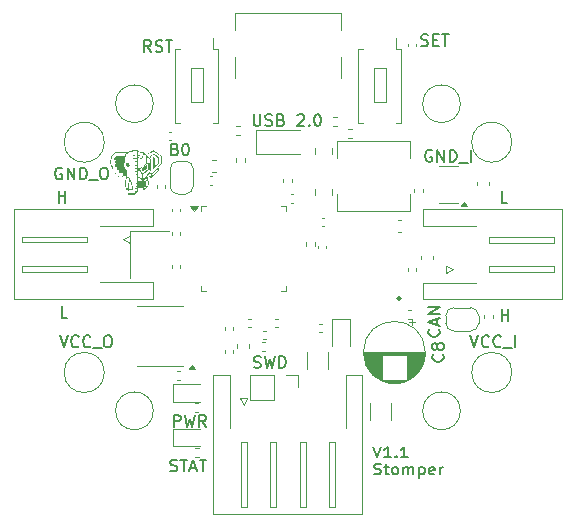
<source format=gbr>
%TF.GenerationSoftware,KiCad,Pcbnew,8.0.2*%
%TF.CreationDate,2024-09-15T16:43:51-04:00*%
%TF.ProjectId,StepperMotorDriver,53746570-7065-4724-9d6f-746f72447269,rev?*%
%TF.SameCoordinates,Original*%
%TF.FileFunction,Legend,Top*%
%TF.FilePolarity,Positive*%
%FSLAX46Y46*%
G04 Gerber Fmt 4.6, Leading zero omitted, Abs format (unit mm)*
G04 Created by KiCad (PCBNEW 8.0.2) date 2024-09-15 16:43:51*
%MOMM*%
%LPD*%
G01*
G04 APERTURE LIST*
%ADD10C,0.150000*%
%ADD11C,0.120000*%
%ADD12C,0.100000*%
%ADD13C,0.250000*%
%ADD14C,0.000000*%
G04 APERTURE END LIST*
D10*
X70366010Y-72065378D02*
X70508867Y-72112997D01*
X70508867Y-72112997D02*
X70746962Y-72112997D01*
X70746962Y-72112997D02*
X70842200Y-72065378D01*
X70842200Y-72065378D02*
X70889819Y-72017758D01*
X70889819Y-72017758D02*
X70937438Y-71922520D01*
X70937438Y-71922520D02*
X70937438Y-71827282D01*
X70937438Y-71827282D02*
X70889819Y-71732044D01*
X70889819Y-71732044D02*
X70842200Y-71684425D01*
X70842200Y-71684425D02*
X70746962Y-71636806D01*
X70746962Y-71636806D02*
X70556486Y-71589187D01*
X70556486Y-71589187D02*
X70461248Y-71541568D01*
X70461248Y-71541568D02*
X70413629Y-71493949D01*
X70413629Y-71493949D02*
X70366010Y-71398711D01*
X70366010Y-71398711D02*
X70366010Y-71303473D01*
X70366010Y-71303473D02*
X70413629Y-71208235D01*
X70413629Y-71208235D02*
X70461248Y-71160616D01*
X70461248Y-71160616D02*
X70556486Y-71112997D01*
X70556486Y-71112997D02*
X70794581Y-71112997D01*
X70794581Y-71112997D02*
X70937438Y-71160616D01*
X71270772Y-71112997D02*
X71508867Y-72112997D01*
X71508867Y-72112997D02*
X71699343Y-71398711D01*
X71699343Y-71398711D02*
X71889819Y-72112997D01*
X71889819Y-72112997D02*
X72127915Y-71112997D01*
X72508867Y-72112997D02*
X72508867Y-71112997D01*
X72508867Y-71112997D02*
X72746962Y-71112997D01*
X72746962Y-71112997D02*
X72889819Y-71160616D01*
X72889819Y-71160616D02*
X72985057Y-71255854D01*
X72985057Y-71255854D02*
X73032676Y-71351092D01*
X73032676Y-71351092D02*
X73080295Y-71541568D01*
X73080295Y-71541568D02*
X73080295Y-71684425D01*
X73080295Y-71684425D02*
X73032676Y-71874901D01*
X73032676Y-71874901D02*
X72985057Y-71970139D01*
X72985057Y-71970139D02*
X72889819Y-72065378D01*
X72889819Y-72065378D02*
X72746962Y-72112997D01*
X72746962Y-72112997D02*
X72508867Y-72112997D01*
X86024580Y-68841792D02*
X86072200Y-68889411D01*
X86072200Y-68889411D02*
X86119819Y-69032268D01*
X86119819Y-69032268D02*
X86119819Y-69127506D01*
X86119819Y-69127506D02*
X86072200Y-69270363D01*
X86072200Y-69270363D02*
X85976961Y-69365601D01*
X85976961Y-69365601D02*
X85881723Y-69413220D01*
X85881723Y-69413220D02*
X85691247Y-69460839D01*
X85691247Y-69460839D02*
X85548390Y-69460839D01*
X85548390Y-69460839D02*
X85357914Y-69413220D01*
X85357914Y-69413220D02*
X85262676Y-69365601D01*
X85262676Y-69365601D02*
X85167438Y-69270363D01*
X85167438Y-69270363D02*
X85119819Y-69127506D01*
X85119819Y-69127506D02*
X85119819Y-69032268D01*
X85119819Y-69032268D02*
X85167438Y-68889411D01*
X85167438Y-68889411D02*
X85215057Y-68841792D01*
X85834104Y-68460839D02*
X85834104Y-67984649D01*
X86119819Y-68556077D02*
X85119819Y-68222744D01*
X85119819Y-68222744D02*
X86119819Y-67889411D01*
X86119819Y-67556077D02*
X85119819Y-67556077D01*
X85119819Y-67556077D02*
X86119819Y-66984649D01*
X86119819Y-66984649D02*
X85119819Y-66984649D01*
X63289160Y-80822200D02*
X63432017Y-80869819D01*
X63432017Y-80869819D02*
X63670112Y-80869819D01*
X63670112Y-80869819D02*
X63765350Y-80822200D01*
X63765350Y-80822200D02*
X63812969Y-80774580D01*
X63812969Y-80774580D02*
X63860588Y-80679342D01*
X63860588Y-80679342D02*
X63860588Y-80584104D01*
X63860588Y-80584104D02*
X63812969Y-80488866D01*
X63812969Y-80488866D02*
X63765350Y-80441247D01*
X63765350Y-80441247D02*
X63670112Y-80393628D01*
X63670112Y-80393628D02*
X63479636Y-80346009D01*
X63479636Y-80346009D02*
X63384398Y-80298390D01*
X63384398Y-80298390D02*
X63336779Y-80250771D01*
X63336779Y-80250771D02*
X63289160Y-80155533D01*
X63289160Y-80155533D02*
X63289160Y-80060295D01*
X63289160Y-80060295D02*
X63336779Y-79965057D01*
X63336779Y-79965057D02*
X63384398Y-79917438D01*
X63384398Y-79917438D02*
X63479636Y-79869819D01*
X63479636Y-79869819D02*
X63717731Y-79869819D01*
X63717731Y-79869819D02*
X63860588Y-79917438D01*
X64146303Y-79869819D02*
X64717731Y-79869819D01*
X64432017Y-80869819D02*
X64432017Y-79869819D01*
X65003446Y-80584104D02*
X65479636Y-80584104D01*
X64908208Y-80869819D02*
X65241541Y-79869819D01*
X65241541Y-79869819D02*
X65574874Y-80869819D01*
X65765351Y-79869819D02*
X66336779Y-79869819D01*
X66051065Y-80869819D02*
X66051065Y-79869819D01*
X91812969Y-58119819D02*
X91336779Y-58119819D01*
X91336779Y-58119819D02*
X91336779Y-57119819D01*
X53836779Y-58119819D02*
X53836779Y-57119819D01*
X53836779Y-57596009D02*
X54408207Y-57596009D01*
X54408207Y-58119819D02*
X54408207Y-57119819D01*
X70336779Y-50619819D02*
X70336779Y-51429342D01*
X70336779Y-51429342D02*
X70384398Y-51524580D01*
X70384398Y-51524580D02*
X70432017Y-51572200D01*
X70432017Y-51572200D02*
X70527255Y-51619819D01*
X70527255Y-51619819D02*
X70717731Y-51619819D01*
X70717731Y-51619819D02*
X70812969Y-51572200D01*
X70812969Y-51572200D02*
X70860588Y-51524580D01*
X70860588Y-51524580D02*
X70908207Y-51429342D01*
X70908207Y-51429342D02*
X70908207Y-50619819D01*
X71336779Y-51572200D02*
X71479636Y-51619819D01*
X71479636Y-51619819D02*
X71717731Y-51619819D01*
X71717731Y-51619819D02*
X71812969Y-51572200D01*
X71812969Y-51572200D02*
X71860588Y-51524580D01*
X71860588Y-51524580D02*
X71908207Y-51429342D01*
X71908207Y-51429342D02*
X71908207Y-51334104D01*
X71908207Y-51334104D02*
X71860588Y-51238866D01*
X71860588Y-51238866D02*
X71812969Y-51191247D01*
X71812969Y-51191247D02*
X71717731Y-51143628D01*
X71717731Y-51143628D02*
X71527255Y-51096009D01*
X71527255Y-51096009D02*
X71432017Y-51048390D01*
X71432017Y-51048390D02*
X71384398Y-51000771D01*
X71384398Y-51000771D02*
X71336779Y-50905533D01*
X71336779Y-50905533D02*
X71336779Y-50810295D01*
X71336779Y-50810295D02*
X71384398Y-50715057D01*
X71384398Y-50715057D02*
X71432017Y-50667438D01*
X71432017Y-50667438D02*
X71527255Y-50619819D01*
X71527255Y-50619819D02*
X71765350Y-50619819D01*
X71765350Y-50619819D02*
X71908207Y-50667438D01*
X72670112Y-51096009D02*
X72812969Y-51143628D01*
X72812969Y-51143628D02*
X72860588Y-51191247D01*
X72860588Y-51191247D02*
X72908207Y-51286485D01*
X72908207Y-51286485D02*
X72908207Y-51429342D01*
X72908207Y-51429342D02*
X72860588Y-51524580D01*
X72860588Y-51524580D02*
X72812969Y-51572200D01*
X72812969Y-51572200D02*
X72717731Y-51619819D01*
X72717731Y-51619819D02*
X72336779Y-51619819D01*
X72336779Y-51619819D02*
X72336779Y-50619819D01*
X72336779Y-50619819D02*
X72670112Y-50619819D01*
X72670112Y-50619819D02*
X72765350Y-50667438D01*
X72765350Y-50667438D02*
X72812969Y-50715057D01*
X72812969Y-50715057D02*
X72860588Y-50810295D01*
X72860588Y-50810295D02*
X72860588Y-50905533D01*
X72860588Y-50905533D02*
X72812969Y-51000771D01*
X72812969Y-51000771D02*
X72765350Y-51048390D01*
X72765350Y-51048390D02*
X72670112Y-51096009D01*
X72670112Y-51096009D02*
X72336779Y-51096009D01*
X74051065Y-50715057D02*
X74098684Y-50667438D01*
X74098684Y-50667438D02*
X74193922Y-50619819D01*
X74193922Y-50619819D02*
X74432017Y-50619819D01*
X74432017Y-50619819D02*
X74527255Y-50667438D01*
X74527255Y-50667438D02*
X74574874Y-50715057D01*
X74574874Y-50715057D02*
X74622493Y-50810295D01*
X74622493Y-50810295D02*
X74622493Y-50905533D01*
X74622493Y-50905533D02*
X74574874Y-51048390D01*
X74574874Y-51048390D02*
X74003446Y-51619819D01*
X74003446Y-51619819D02*
X74622493Y-51619819D01*
X75051065Y-51524580D02*
X75098684Y-51572200D01*
X75098684Y-51572200D02*
X75051065Y-51619819D01*
X75051065Y-51619819D02*
X75003446Y-51572200D01*
X75003446Y-51572200D02*
X75051065Y-51524580D01*
X75051065Y-51524580D02*
X75051065Y-51619819D01*
X75717731Y-50619819D02*
X75812969Y-50619819D01*
X75812969Y-50619819D02*
X75908207Y-50667438D01*
X75908207Y-50667438D02*
X75955826Y-50715057D01*
X75955826Y-50715057D02*
X76003445Y-50810295D01*
X76003445Y-50810295D02*
X76051064Y-51000771D01*
X76051064Y-51000771D02*
X76051064Y-51238866D01*
X76051064Y-51238866D02*
X76003445Y-51429342D01*
X76003445Y-51429342D02*
X75955826Y-51524580D01*
X75955826Y-51524580D02*
X75908207Y-51572200D01*
X75908207Y-51572200D02*
X75812969Y-51619819D01*
X75812969Y-51619819D02*
X75717731Y-51619819D01*
X75717731Y-51619819D02*
X75622493Y-51572200D01*
X75622493Y-51572200D02*
X75574874Y-51524580D01*
X75574874Y-51524580D02*
X75527255Y-51429342D01*
X75527255Y-51429342D02*
X75479636Y-51238866D01*
X75479636Y-51238866D02*
X75479636Y-51000771D01*
X75479636Y-51000771D02*
X75527255Y-50810295D01*
X75527255Y-50810295D02*
X75574874Y-50715057D01*
X75574874Y-50715057D02*
X75622493Y-50667438D01*
X75622493Y-50667438D02*
X75717731Y-50619819D01*
X63586779Y-77119819D02*
X63586779Y-76119819D01*
X63586779Y-76119819D02*
X63967731Y-76119819D01*
X63967731Y-76119819D02*
X64062969Y-76167438D01*
X64062969Y-76167438D02*
X64110588Y-76215057D01*
X64110588Y-76215057D02*
X64158207Y-76310295D01*
X64158207Y-76310295D02*
X64158207Y-76453152D01*
X64158207Y-76453152D02*
X64110588Y-76548390D01*
X64110588Y-76548390D02*
X64062969Y-76596009D01*
X64062969Y-76596009D02*
X63967731Y-76643628D01*
X63967731Y-76643628D02*
X63586779Y-76643628D01*
X64491541Y-76119819D02*
X64729636Y-77119819D01*
X64729636Y-77119819D02*
X64920112Y-76405533D01*
X64920112Y-76405533D02*
X65110588Y-77119819D01*
X65110588Y-77119819D02*
X65348684Y-76119819D01*
X66301064Y-77119819D02*
X65967731Y-76643628D01*
X65729636Y-77119819D02*
X65729636Y-76119819D01*
X65729636Y-76119819D02*
X66110588Y-76119819D01*
X66110588Y-76119819D02*
X66205826Y-76167438D01*
X66205826Y-76167438D02*
X66253445Y-76215057D01*
X66253445Y-76215057D02*
X66301064Y-76310295D01*
X66301064Y-76310295D02*
X66301064Y-76453152D01*
X66301064Y-76453152D02*
X66253445Y-76548390D01*
X66253445Y-76548390D02*
X66205826Y-76596009D01*
X66205826Y-76596009D02*
X66110588Y-76643628D01*
X66110588Y-76643628D02*
X65729636Y-76643628D01*
X54110588Y-55197550D02*
X54015350Y-55149931D01*
X54015350Y-55149931D02*
X53872493Y-55149931D01*
X53872493Y-55149931D02*
X53729636Y-55197550D01*
X53729636Y-55197550D02*
X53634398Y-55292788D01*
X53634398Y-55292788D02*
X53586779Y-55388026D01*
X53586779Y-55388026D02*
X53539160Y-55578502D01*
X53539160Y-55578502D02*
X53539160Y-55721359D01*
X53539160Y-55721359D02*
X53586779Y-55911835D01*
X53586779Y-55911835D02*
X53634398Y-56007073D01*
X53634398Y-56007073D02*
X53729636Y-56102312D01*
X53729636Y-56102312D02*
X53872493Y-56149931D01*
X53872493Y-56149931D02*
X53967731Y-56149931D01*
X53967731Y-56149931D02*
X54110588Y-56102312D01*
X54110588Y-56102312D02*
X54158207Y-56054692D01*
X54158207Y-56054692D02*
X54158207Y-55721359D01*
X54158207Y-55721359D02*
X53967731Y-55721359D01*
X54586779Y-56149931D02*
X54586779Y-55149931D01*
X54586779Y-55149931D02*
X55158207Y-56149931D01*
X55158207Y-56149931D02*
X55158207Y-55149931D01*
X55634398Y-56149931D02*
X55634398Y-55149931D01*
X55634398Y-55149931D02*
X55872493Y-55149931D01*
X55872493Y-55149931D02*
X56015350Y-55197550D01*
X56015350Y-55197550D02*
X56110588Y-55292788D01*
X56110588Y-55292788D02*
X56158207Y-55388026D01*
X56158207Y-55388026D02*
X56205826Y-55578502D01*
X56205826Y-55578502D02*
X56205826Y-55721359D01*
X56205826Y-55721359D02*
X56158207Y-55911835D01*
X56158207Y-55911835D02*
X56110588Y-56007073D01*
X56110588Y-56007073D02*
X56015350Y-56102312D01*
X56015350Y-56102312D02*
X55872493Y-56149931D01*
X55872493Y-56149931D02*
X55634398Y-56149931D01*
X56396303Y-56245169D02*
X57158207Y-56245169D01*
X57586779Y-55149931D02*
X57777255Y-55149931D01*
X57777255Y-55149931D02*
X57872493Y-55197550D01*
X57872493Y-55197550D02*
X57967731Y-55292788D01*
X57967731Y-55292788D02*
X58015350Y-55483264D01*
X58015350Y-55483264D02*
X58015350Y-55816597D01*
X58015350Y-55816597D02*
X57967731Y-56007073D01*
X57967731Y-56007073D02*
X57872493Y-56102312D01*
X57872493Y-56102312D02*
X57777255Y-56149931D01*
X57777255Y-56149931D02*
X57586779Y-56149931D01*
X57586779Y-56149931D02*
X57491541Y-56102312D01*
X57491541Y-56102312D02*
X57396303Y-56007073D01*
X57396303Y-56007073D02*
X57348684Y-55816597D01*
X57348684Y-55816597D02*
X57348684Y-55483264D01*
X57348684Y-55483264D02*
X57396303Y-55292788D01*
X57396303Y-55292788D02*
X57491541Y-55197550D01*
X57491541Y-55197550D02*
X57586779Y-55149931D01*
X85424003Y-53698484D02*
X85328765Y-53650865D01*
X85328765Y-53650865D02*
X85185908Y-53650865D01*
X85185908Y-53650865D02*
X85043051Y-53698484D01*
X85043051Y-53698484D02*
X84947813Y-53793722D01*
X84947813Y-53793722D02*
X84900194Y-53888960D01*
X84900194Y-53888960D02*
X84852575Y-54079436D01*
X84852575Y-54079436D02*
X84852575Y-54222293D01*
X84852575Y-54222293D02*
X84900194Y-54412769D01*
X84900194Y-54412769D02*
X84947813Y-54508007D01*
X84947813Y-54508007D02*
X85043051Y-54603246D01*
X85043051Y-54603246D02*
X85185908Y-54650865D01*
X85185908Y-54650865D02*
X85281146Y-54650865D01*
X85281146Y-54650865D02*
X85424003Y-54603246D01*
X85424003Y-54603246D02*
X85471622Y-54555626D01*
X85471622Y-54555626D02*
X85471622Y-54222293D01*
X85471622Y-54222293D02*
X85281146Y-54222293D01*
X85900194Y-54650865D02*
X85900194Y-53650865D01*
X85900194Y-53650865D02*
X86471622Y-54650865D01*
X86471622Y-54650865D02*
X86471622Y-53650865D01*
X86947813Y-54650865D02*
X86947813Y-53650865D01*
X86947813Y-53650865D02*
X87185908Y-53650865D01*
X87185908Y-53650865D02*
X87328765Y-53698484D01*
X87328765Y-53698484D02*
X87424003Y-53793722D01*
X87424003Y-53793722D02*
X87471622Y-53888960D01*
X87471622Y-53888960D02*
X87519241Y-54079436D01*
X87519241Y-54079436D02*
X87519241Y-54222293D01*
X87519241Y-54222293D02*
X87471622Y-54412769D01*
X87471622Y-54412769D02*
X87424003Y-54508007D01*
X87424003Y-54508007D02*
X87328765Y-54603246D01*
X87328765Y-54603246D02*
X87185908Y-54650865D01*
X87185908Y-54650865D02*
X86947813Y-54650865D01*
X87709718Y-54746103D02*
X88471622Y-54746103D01*
X88709718Y-54650865D02*
X88709718Y-53650865D01*
X80443922Y-78783107D02*
X80777255Y-79683107D01*
X80777255Y-79683107D02*
X81110588Y-78783107D01*
X81967731Y-79683107D02*
X81396303Y-79683107D01*
X81682017Y-79683107D02*
X81682017Y-78783107D01*
X81682017Y-78783107D02*
X81586779Y-78911678D01*
X81586779Y-78911678D02*
X81491541Y-78997392D01*
X81491541Y-78997392D02*
X81396303Y-79040250D01*
X82396303Y-79597392D02*
X82443922Y-79640250D01*
X82443922Y-79640250D02*
X82396303Y-79683107D01*
X82396303Y-79683107D02*
X82348684Y-79640250D01*
X82348684Y-79640250D02*
X82396303Y-79597392D01*
X82396303Y-79597392D02*
X82396303Y-79683107D01*
X83396302Y-79683107D02*
X82824874Y-79683107D01*
X83110588Y-79683107D02*
X83110588Y-78783107D01*
X83110588Y-78783107D02*
X83015350Y-78911678D01*
X83015350Y-78911678D02*
X82920112Y-78997392D01*
X82920112Y-78997392D02*
X82824874Y-79040250D01*
X80539160Y-81089200D02*
X80682017Y-81132057D01*
X80682017Y-81132057D02*
X80920112Y-81132057D01*
X80920112Y-81132057D02*
X81015350Y-81089200D01*
X81015350Y-81089200D02*
X81062969Y-81046342D01*
X81062969Y-81046342D02*
X81110588Y-80960628D01*
X81110588Y-80960628D02*
X81110588Y-80874914D01*
X81110588Y-80874914D02*
X81062969Y-80789200D01*
X81062969Y-80789200D02*
X81015350Y-80746342D01*
X81015350Y-80746342D02*
X80920112Y-80703485D01*
X80920112Y-80703485D02*
X80729636Y-80660628D01*
X80729636Y-80660628D02*
X80634398Y-80617771D01*
X80634398Y-80617771D02*
X80586779Y-80574914D01*
X80586779Y-80574914D02*
X80539160Y-80489200D01*
X80539160Y-80489200D02*
X80539160Y-80403485D01*
X80539160Y-80403485D02*
X80586779Y-80317771D01*
X80586779Y-80317771D02*
X80634398Y-80274914D01*
X80634398Y-80274914D02*
X80729636Y-80232057D01*
X80729636Y-80232057D02*
X80967731Y-80232057D01*
X80967731Y-80232057D02*
X81110588Y-80274914D01*
X81396303Y-80532057D02*
X81777255Y-80532057D01*
X81539160Y-80232057D02*
X81539160Y-81003485D01*
X81539160Y-81003485D02*
X81586779Y-81089200D01*
X81586779Y-81089200D02*
X81682017Y-81132057D01*
X81682017Y-81132057D02*
X81777255Y-81132057D01*
X82253446Y-81132057D02*
X82158208Y-81089200D01*
X82158208Y-81089200D02*
X82110589Y-81046342D01*
X82110589Y-81046342D02*
X82062970Y-80960628D01*
X82062970Y-80960628D02*
X82062970Y-80703485D01*
X82062970Y-80703485D02*
X82110589Y-80617771D01*
X82110589Y-80617771D02*
X82158208Y-80574914D01*
X82158208Y-80574914D02*
X82253446Y-80532057D01*
X82253446Y-80532057D02*
X82396303Y-80532057D01*
X82396303Y-80532057D02*
X82491541Y-80574914D01*
X82491541Y-80574914D02*
X82539160Y-80617771D01*
X82539160Y-80617771D02*
X82586779Y-80703485D01*
X82586779Y-80703485D02*
X82586779Y-80960628D01*
X82586779Y-80960628D02*
X82539160Y-81046342D01*
X82539160Y-81046342D02*
X82491541Y-81089200D01*
X82491541Y-81089200D02*
X82396303Y-81132057D01*
X82396303Y-81132057D02*
X82253446Y-81132057D01*
X83015351Y-81132057D02*
X83015351Y-80532057D01*
X83015351Y-80617771D02*
X83062970Y-80574914D01*
X83062970Y-80574914D02*
X83158208Y-80532057D01*
X83158208Y-80532057D02*
X83301065Y-80532057D01*
X83301065Y-80532057D02*
X83396303Y-80574914D01*
X83396303Y-80574914D02*
X83443922Y-80660628D01*
X83443922Y-80660628D02*
X83443922Y-81132057D01*
X83443922Y-80660628D02*
X83491541Y-80574914D01*
X83491541Y-80574914D02*
X83586779Y-80532057D01*
X83586779Y-80532057D02*
X83729636Y-80532057D01*
X83729636Y-80532057D02*
X83824875Y-80574914D01*
X83824875Y-80574914D02*
X83872494Y-80660628D01*
X83872494Y-80660628D02*
X83872494Y-81132057D01*
X84348684Y-80532057D02*
X84348684Y-81432057D01*
X84348684Y-80574914D02*
X84443922Y-80532057D01*
X84443922Y-80532057D02*
X84634398Y-80532057D01*
X84634398Y-80532057D02*
X84729636Y-80574914D01*
X84729636Y-80574914D02*
X84777255Y-80617771D01*
X84777255Y-80617771D02*
X84824874Y-80703485D01*
X84824874Y-80703485D02*
X84824874Y-80960628D01*
X84824874Y-80960628D02*
X84777255Y-81046342D01*
X84777255Y-81046342D02*
X84729636Y-81089200D01*
X84729636Y-81089200D02*
X84634398Y-81132057D01*
X84634398Y-81132057D02*
X84443922Y-81132057D01*
X84443922Y-81132057D02*
X84348684Y-81089200D01*
X85634398Y-81089200D02*
X85539160Y-81132057D01*
X85539160Y-81132057D02*
X85348684Y-81132057D01*
X85348684Y-81132057D02*
X85253446Y-81089200D01*
X85253446Y-81089200D02*
X85205827Y-81003485D01*
X85205827Y-81003485D02*
X85205827Y-80660628D01*
X85205827Y-80660628D02*
X85253446Y-80574914D01*
X85253446Y-80574914D02*
X85348684Y-80532057D01*
X85348684Y-80532057D02*
X85539160Y-80532057D01*
X85539160Y-80532057D02*
X85634398Y-80574914D01*
X85634398Y-80574914D02*
X85682017Y-80660628D01*
X85682017Y-80660628D02*
X85682017Y-80746342D01*
X85682017Y-80746342D02*
X85205827Y-80832057D01*
X86110589Y-81132057D02*
X86110589Y-80532057D01*
X86110589Y-80703485D02*
X86158208Y-80617771D01*
X86158208Y-80617771D02*
X86205827Y-80574914D01*
X86205827Y-80574914D02*
X86301065Y-80532057D01*
X86301065Y-80532057D02*
X86396303Y-80532057D01*
X53943922Y-69369819D02*
X54277255Y-70369819D01*
X54277255Y-70369819D02*
X54610588Y-69369819D01*
X55515350Y-70274580D02*
X55467731Y-70322200D01*
X55467731Y-70322200D02*
X55324874Y-70369819D01*
X55324874Y-70369819D02*
X55229636Y-70369819D01*
X55229636Y-70369819D02*
X55086779Y-70322200D01*
X55086779Y-70322200D02*
X54991541Y-70226961D01*
X54991541Y-70226961D02*
X54943922Y-70131723D01*
X54943922Y-70131723D02*
X54896303Y-69941247D01*
X54896303Y-69941247D02*
X54896303Y-69798390D01*
X54896303Y-69798390D02*
X54943922Y-69607914D01*
X54943922Y-69607914D02*
X54991541Y-69512676D01*
X54991541Y-69512676D02*
X55086779Y-69417438D01*
X55086779Y-69417438D02*
X55229636Y-69369819D01*
X55229636Y-69369819D02*
X55324874Y-69369819D01*
X55324874Y-69369819D02*
X55467731Y-69417438D01*
X55467731Y-69417438D02*
X55515350Y-69465057D01*
X56515350Y-70274580D02*
X56467731Y-70322200D01*
X56467731Y-70322200D02*
X56324874Y-70369819D01*
X56324874Y-70369819D02*
X56229636Y-70369819D01*
X56229636Y-70369819D02*
X56086779Y-70322200D01*
X56086779Y-70322200D02*
X55991541Y-70226961D01*
X55991541Y-70226961D02*
X55943922Y-70131723D01*
X55943922Y-70131723D02*
X55896303Y-69941247D01*
X55896303Y-69941247D02*
X55896303Y-69798390D01*
X55896303Y-69798390D02*
X55943922Y-69607914D01*
X55943922Y-69607914D02*
X55991541Y-69512676D01*
X55991541Y-69512676D02*
X56086779Y-69417438D01*
X56086779Y-69417438D02*
X56229636Y-69369819D01*
X56229636Y-69369819D02*
X56324874Y-69369819D01*
X56324874Y-69369819D02*
X56467731Y-69417438D01*
X56467731Y-69417438D02*
X56515350Y-69465057D01*
X56705827Y-70465057D02*
X57467731Y-70465057D01*
X57896303Y-69369819D02*
X58086779Y-69369819D01*
X58086779Y-69369819D02*
X58182017Y-69417438D01*
X58182017Y-69417438D02*
X58277255Y-69512676D01*
X58277255Y-69512676D02*
X58324874Y-69703152D01*
X58324874Y-69703152D02*
X58324874Y-70036485D01*
X58324874Y-70036485D02*
X58277255Y-70226961D01*
X58277255Y-70226961D02*
X58182017Y-70322200D01*
X58182017Y-70322200D02*
X58086779Y-70369819D01*
X58086779Y-70369819D02*
X57896303Y-70369819D01*
X57896303Y-70369819D02*
X57801065Y-70322200D01*
X57801065Y-70322200D02*
X57705827Y-70226961D01*
X57705827Y-70226961D02*
X57658208Y-70036485D01*
X57658208Y-70036485D02*
X57658208Y-69703152D01*
X57658208Y-69703152D02*
X57705827Y-69512676D01*
X57705827Y-69512676D02*
X57801065Y-69417438D01*
X57801065Y-69417438D02*
X57896303Y-69369819D01*
X91336779Y-68119819D02*
X91336779Y-67119819D01*
X91336779Y-67596009D02*
X91908207Y-67596009D01*
X91908207Y-68119819D02*
X91908207Y-67119819D01*
X61658207Y-45369819D02*
X61324874Y-44893628D01*
X61086779Y-45369819D02*
X61086779Y-44369819D01*
X61086779Y-44369819D02*
X61467731Y-44369819D01*
X61467731Y-44369819D02*
X61562969Y-44417438D01*
X61562969Y-44417438D02*
X61610588Y-44465057D01*
X61610588Y-44465057D02*
X61658207Y-44560295D01*
X61658207Y-44560295D02*
X61658207Y-44703152D01*
X61658207Y-44703152D02*
X61610588Y-44798390D01*
X61610588Y-44798390D02*
X61562969Y-44846009D01*
X61562969Y-44846009D02*
X61467731Y-44893628D01*
X61467731Y-44893628D02*
X61086779Y-44893628D01*
X62039160Y-45322200D02*
X62182017Y-45369819D01*
X62182017Y-45369819D02*
X62420112Y-45369819D01*
X62420112Y-45369819D02*
X62515350Y-45322200D01*
X62515350Y-45322200D02*
X62562969Y-45274580D01*
X62562969Y-45274580D02*
X62610588Y-45179342D01*
X62610588Y-45179342D02*
X62610588Y-45084104D01*
X62610588Y-45084104D02*
X62562969Y-44988866D01*
X62562969Y-44988866D02*
X62515350Y-44941247D01*
X62515350Y-44941247D02*
X62420112Y-44893628D01*
X62420112Y-44893628D02*
X62229636Y-44846009D01*
X62229636Y-44846009D02*
X62134398Y-44798390D01*
X62134398Y-44798390D02*
X62086779Y-44750771D01*
X62086779Y-44750771D02*
X62039160Y-44655533D01*
X62039160Y-44655533D02*
X62039160Y-44560295D01*
X62039160Y-44560295D02*
X62086779Y-44465057D01*
X62086779Y-44465057D02*
X62134398Y-44417438D01*
X62134398Y-44417438D02*
X62229636Y-44369819D01*
X62229636Y-44369819D02*
X62467731Y-44369819D01*
X62467731Y-44369819D02*
X62610588Y-44417438D01*
X62896303Y-44369819D02*
X63467731Y-44369819D01*
X63182017Y-45369819D02*
X63182017Y-44369819D01*
X88693922Y-69369819D02*
X89027255Y-70369819D01*
X89027255Y-70369819D02*
X89360588Y-69369819D01*
X90265350Y-70274580D02*
X90217731Y-70322200D01*
X90217731Y-70322200D02*
X90074874Y-70369819D01*
X90074874Y-70369819D02*
X89979636Y-70369819D01*
X89979636Y-70369819D02*
X89836779Y-70322200D01*
X89836779Y-70322200D02*
X89741541Y-70226961D01*
X89741541Y-70226961D02*
X89693922Y-70131723D01*
X89693922Y-70131723D02*
X89646303Y-69941247D01*
X89646303Y-69941247D02*
X89646303Y-69798390D01*
X89646303Y-69798390D02*
X89693922Y-69607914D01*
X89693922Y-69607914D02*
X89741541Y-69512676D01*
X89741541Y-69512676D02*
X89836779Y-69417438D01*
X89836779Y-69417438D02*
X89979636Y-69369819D01*
X89979636Y-69369819D02*
X90074874Y-69369819D01*
X90074874Y-69369819D02*
X90217731Y-69417438D01*
X90217731Y-69417438D02*
X90265350Y-69465057D01*
X91265350Y-70274580D02*
X91217731Y-70322200D01*
X91217731Y-70322200D02*
X91074874Y-70369819D01*
X91074874Y-70369819D02*
X90979636Y-70369819D01*
X90979636Y-70369819D02*
X90836779Y-70322200D01*
X90836779Y-70322200D02*
X90741541Y-70226961D01*
X90741541Y-70226961D02*
X90693922Y-70131723D01*
X90693922Y-70131723D02*
X90646303Y-69941247D01*
X90646303Y-69941247D02*
X90646303Y-69798390D01*
X90646303Y-69798390D02*
X90693922Y-69607914D01*
X90693922Y-69607914D02*
X90741541Y-69512676D01*
X90741541Y-69512676D02*
X90836779Y-69417438D01*
X90836779Y-69417438D02*
X90979636Y-69369819D01*
X90979636Y-69369819D02*
X91074874Y-69369819D01*
X91074874Y-69369819D02*
X91217731Y-69417438D01*
X91217731Y-69417438D02*
X91265350Y-69465057D01*
X91455827Y-70465057D02*
X92217731Y-70465057D01*
X92455827Y-70369819D02*
X92455827Y-69369819D01*
X63670112Y-53596009D02*
X63812969Y-53643628D01*
X63812969Y-53643628D02*
X63860588Y-53691247D01*
X63860588Y-53691247D02*
X63908207Y-53786485D01*
X63908207Y-53786485D02*
X63908207Y-53929342D01*
X63908207Y-53929342D02*
X63860588Y-54024580D01*
X63860588Y-54024580D02*
X63812969Y-54072200D01*
X63812969Y-54072200D02*
X63717731Y-54119819D01*
X63717731Y-54119819D02*
X63336779Y-54119819D01*
X63336779Y-54119819D02*
X63336779Y-53119819D01*
X63336779Y-53119819D02*
X63670112Y-53119819D01*
X63670112Y-53119819D02*
X63765350Y-53167438D01*
X63765350Y-53167438D02*
X63812969Y-53215057D01*
X63812969Y-53215057D02*
X63860588Y-53310295D01*
X63860588Y-53310295D02*
X63860588Y-53405533D01*
X63860588Y-53405533D02*
X63812969Y-53500771D01*
X63812969Y-53500771D02*
X63765350Y-53548390D01*
X63765350Y-53548390D02*
X63670112Y-53596009D01*
X63670112Y-53596009D02*
X63336779Y-53596009D01*
X64527255Y-53119819D02*
X64622493Y-53119819D01*
X64622493Y-53119819D02*
X64717731Y-53167438D01*
X64717731Y-53167438D02*
X64765350Y-53215057D01*
X64765350Y-53215057D02*
X64812969Y-53310295D01*
X64812969Y-53310295D02*
X64860588Y-53500771D01*
X64860588Y-53500771D02*
X64860588Y-53738866D01*
X64860588Y-53738866D02*
X64812969Y-53929342D01*
X64812969Y-53929342D02*
X64765350Y-54024580D01*
X64765350Y-54024580D02*
X64717731Y-54072200D01*
X64717731Y-54072200D02*
X64622493Y-54119819D01*
X64622493Y-54119819D02*
X64527255Y-54119819D01*
X64527255Y-54119819D02*
X64432017Y-54072200D01*
X64432017Y-54072200D02*
X64384398Y-54024580D01*
X64384398Y-54024580D02*
X64336779Y-53929342D01*
X64336779Y-53929342D02*
X64289160Y-53738866D01*
X64289160Y-53738866D02*
X64289160Y-53500771D01*
X64289160Y-53500771D02*
X64336779Y-53310295D01*
X64336779Y-53310295D02*
X64384398Y-53215057D01*
X64384398Y-53215057D02*
X64432017Y-53167438D01*
X64432017Y-53167438D02*
X64527255Y-53119819D01*
X54562969Y-67869819D02*
X54086779Y-67869819D01*
X54086779Y-67869819D02*
X54086779Y-66869819D01*
X84539160Y-44822200D02*
X84682017Y-44869819D01*
X84682017Y-44869819D02*
X84920112Y-44869819D01*
X84920112Y-44869819D02*
X85015350Y-44822200D01*
X85015350Y-44822200D02*
X85062969Y-44774580D01*
X85062969Y-44774580D02*
X85110588Y-44679342D01*
X85110588Y-44679342D02*
X85110588Y-44584104D01*
X85110588Y-44584104D02*
X85062969Y-44488866D01*
X85062969Y-44488866D02*
X85015350Y-44441247D01*
X85015350Y-44441247D02*
X84920112Y-44393628D01*
X84920112Y-44393628D02*
X84729636Y-44346009D01*
X84729636Y-44346009D02*
X84634398Y-44298390D01*
X84634398Y-44298390D02*
X84586779Y-44250771D01*
X84586779Y-44250771D02*
X84539160Y-44155533D01*
X84539160Y-44155533D02*
X84539160Y-44060295D01*
X84539160Y-44060295D02*
X84586779Y-43965057D01*
X84586779Y-43965057D02*
X84634398Y-43917438D01*
X84634398Y-43917438D02*
X84729636Y-43869819D01*
X84729636Y-43869819D02*
X84967731Y-43869819D01*
X84967731Y-43869819D02*
X85110588Y-43917438D01*
X85539160Y-44346009D02*
X85872493Y-44346009D01*
X86015350Y-44869819D02*
X85539160Y-44869819D01*
X85539160Y-44869819D02*
X85539160Y-43869819D01*
X85539160Y-43869819D02*
X86015350Y-43869819D01*
X86301065Y-43869819D02*
X86872493Y-43869819D01*
X86586779Y-44869819D02*
X86586779Y-43869819D01*
X86359580Y-70961554D02*
X86407200Y-71009173D01*
X86407200Y-71009173D02*
X86454819Y-71152030D01*
X86454819Y-71152030D02*
X86454819Y-71247268D01*
X86454819Y-71247268D02*
X86407200Y-71390125D01*
X86407200Y-71390125D02*
X86311961Y-71485363D01*
X86311961Y-71485363D02*
X86216723Y-71532982D01*
X86216723Y-71532982D02*
X86026247Y-71580601D01*
X86026247Y-71580601D02*
X85883390Y-71580601D01*
X85883390Y-71580601D02*
X85692914Y-71532982D01*
X85692914Y-71532982D02*
X85597676Y-71485363D01*
X85597676Y-71485363D02*
X85502438Y-71390125D01*
X85502438Y-71390125D02*
X85454819Y-71247268D01*
X85454819Y-71247268D02*
X85454819Y-71152030D01*
X85454819Y-71152030D02*
X85502438Y-71009173D01*
X85502438Y-71009173D02*
X85550057Y-70961554D01*
X85883390Y-70390125D02*
X85835771Y-70485363D01*
X85835771Y-70485363D02*
X85788152Y-70532982D01*
X85788152Y-70532982D02*
X85692914Y-70580601D01*
X85692914Y-70580601D02*
X85645295Y-70580601D01*
X85645295Y-70580601D02*
X85550057Y-70532982D01*
X85550057Y-70532982D02*
X85502438Y-70485363D01*
X85502438Y-70485363D02*
X85454819Y-70390125D01*
X85454819Y-70390125D02*
X85454819Y-70199649D01*
X85454819Y-70199649D02*
X85502438Y-70104411D01*
X85502438Y-70104411D02*
X85550057Y-70056792D01*
X85550057Y-70056792D02*
X85645295Y-70009173D01*
X85645295Y-70009173D02*
X85692914Y-70009173D01*
X85692914Y-70009173D02*
X85788152Y-70056792D01*
X85788152Y-70056792D02*
X85835771Y-70104411D01*
X85835771Y-70104411D02*
X85883390Y-70199649D01*
X85883390Y-70199649D02*
X85883390Y-70390125D01*
X85883390Y-70390125D02*
X85931009Y-70485363D01*
X85931009Y-70485363D02*
X85978628Y-70532982D01*
X85978628Y-70532982D02*
X86073866Y-70580601D01*
X86073866Y-70580601D02*
X86264342Y-70580601D01*
X86264342Y-70580601D02*
X86359580Y-70532982D01*
X86359580Y-70532982D02*
X86407200Y-70485363D01*
X86407200Y-70485363D02*
X86454819Y-70390125D01*
X86454819Y-70390125D02*
X86454819Y-70199649D01*
X86454819Y-70199649D02*
X86407200Y-70104411D01*
X86407200Y-70104411D02*
X86359580Y-70056792D01*
X86359580Y-70056792D02*
X86264342Y-70009173D01*
X86264342Y-70009173D02*
X86073866Y-70009173D01*
X86073866Y-70009173D02*
X85978628Y-70056792D01*
X85978628Y-70056792D02*
X85931009Y-70104411D01*
X85931009Y-70104411D02*
X85883390Y-70199649D01*
D11*
%TO.C,C8*%
X83725000Y-67990113D02*
X83725000Y-68490113D01*
X83975000Y-68240113D02*
X83475000Y-68240113D01*
X84830000Y-70794888D02*
X79670000Y-70794888D01*
X84830000Y-70834888D02*
X79670000Y-70834888D01*
X84829000Y-70874888D02*
X79671000Y-70874888D01*
X84828000Y-70914888D02*
X79672000Y-70914888D01*
X84826000Y-70954888D02*
X79674000Y-70954888D01*
X84823000Y-70994888D02*
X79677000Y-70994888D01*
X84819000Y-71034888D02*
X83290000Y-71034888D01*
X81210000Y-71034888D02*
X79681000Y-71034888D01*
X84815000Y-71074888D02*
X83290000Y-71074888D01*
X81210000Y-71074888D02*
X79685000Y-71074888D01*
X84811000Y-71114888D02*
X83290000Y-71114888D01*
X81210000Y-71114888D02*
X79689000Y-71114888D01*
X84806000Y-71154888D02*
X83290000Y-71154888D01*
X81210000Y-71154888D02*
X79694000Y-71154888D01*
X84800000Y-71194888D02*
X83290000Y-71194888D01*
X81210000Y-71194888D02*
X79700000Y-71194888D01*
X84793000Y-71234888D02*
X83290000Y-71234888D01*
X81210000Y-71234888D02*
X79707000Y-71234888D01*
X84786000Y-71274888D02*
X83290000Y-71274888D01*
X81210000Y-71274888D02*
X79714000Y-71274888D01*
X84778000Y-71314888D02*
X83290000Y-71314888D01*
X81210000Y-71314888D02*
X79722000Y-71314888D01*
X84770000Y-71354888D02*
X83290000Y-71354888D01*
X81210000Y-71354888D02*
X79730000Y-71354888D01*
X84761000Y-71394888D02*
X83290000Y-71394888D01*
X81210000Y-71394888D02*
X79739000Y-71394888D01*
X84751000Y-71434888D02*
X83290000Y-71434888D01*
X81210000Y-71434888D02*
X79749000Y-71434888D01*
X84741000Y-71474888D02*
X83290000Y-71474888D01*
X81210000Y-71474888D02*
X79759000Y-71474888D01*
X84730000Y-71515888D02*
X83290000Y-71515888D01*
X81210000Y-71515888D02*
X79770000Y-71515888D01*
X84718000Y-71555888D02*
X83290000Y-71555888D01*
X81210000Y-71555888D02*
X79782000Y-71555888D01*
X84705000Y-71595888D02*
X83290000Y-71595888D01*
X81210000Y-71595888D02*
X79795000Y-71595888D01*
X84692000Y-71635888D02*
X83290000Y-71635888D01*
X81210000Y-71635888D02*
X79808000Y-71635888D01*
X84678000Y-71675888D02*
X83290000Y-71675888D01*
X81210000Y-71675888D02*
X79822000Y-71675888D01*
X84664000Y-71715888D02*
X83290000Y-71715888D01*
X81210000Y-71715888D02*
X79836000Y-71715888D01*
X84648000Y-71755888D02*
X83290000Y-71755888D01*
X81210000Y-71755888D02*
X79852000Y-71755888D01*
X84632000Y-71795888D02*
X83290000Y-71795888D01*
X81210000Y-71795888D02*
X79868000Y-71795888D01*
X84615000Y-71835888D02*
X83290000Y-71835888D01*
X81210000Y-71835888D02*
X79885000Y-71835888D01*
X84598000Y-71875888D02*
X83290000Y-71875888D01*
X81210000Y-71875888D02*
X79902000Y-71875888D01*
X84579000Y-71915888D02*
X83290000Y-71915888D01*
X81210000Y-71915888D02*
X79921000Y-71915888D01*
X84560000Y-71955888D02*
X83290000Y-71955888D01*
X81210000Y-71955888D02*
X79940000Y-71955888D01*
X84540000Y-71995888D02*
X83290000Y-71995888D01*
X81210000Y-71995888D02*
X79960000Y-71995888D01*
X84518000Y-72035888D02*
X83290000Y-72035888D01*
X81210000Y-72035888D02*
X79982000Y-72035888D01*
X84497000Y-72075888D02*
X83290000Y-72075888D01*
X81210000Y-72075888D02*
X80003000Y-72075888D01*
X84474000Y-72115888D02*
X83290000Y-72115888D01*
X81210000Y-72115888D02*
X80026000Y-72115888D01*
X84450000Y-72155888D02*
X83290000Y-72155888D01*
X81210000Y-72155888D02*
X80050000Y-72155888D01*
X84425000Y-72195888D02*
X83290000Y-72195888D01*
X81210000Y-72195888D02*
X80075000Y-72195888D01*
X84399000Y-72235888D02*
X83290000Y-72235888D01*
X81210000Y-72235888D02*
X80101000Y-72235888D01*
X84372000Y-72275888D02*
X83290000Y-72275888D01*
X81210000Y-72275888D02*
X80128000Y-72275888D01*
X84345000Y-72315888D02*
X83290000Y-72315888D01*
X81210000Y-72315888D02*
X80155000Y-72315888D01*
X84315000Y-72355888D02*
X83290000Y-72355888D01*
X81210000Y-72355888D02*
X80185000Y-72355888D01*
X84285000Y-72395888D02*
X83290000Y-72395888D01*
X81210000Y-72395888D02*
X80215000Y-72395888D01*
X84254000Y-72435888D02*
X83290000Y-72435888D01*
X81210000Y-72435888D02*
X80246000Y-72435888D01*
X84221000Y-72475888D02*
X83290000Y-72475888D01*
X81210000Y-72475888D02*
X80279000Y-72475888D01*
X84187000Y-72515888D02*
X83290000Y-72515888D01*
X81210000Y-72515888D02*
X80313000Y-72515888D01*
X84151000Y-72555888D02*
X83290000Y-72555888D01*
X81210000Y-72555888D02*
X80349000Y-72555888D01*
X84114000Y-72595888D02*
X83290000Y-72595888D01*
X81210000Y-72595888D02*
X80386000Y-72595888D01*
X84076000Y-72635888D02*
X83290000Y-72635888D01*
X81210000Y-72635888D02*
X80424000Y-72635888D01*
X84035000Y-72675888D02*
X83290000Y-72675888D01*
X81210000Y-72675888D02*
X80465000Y-72675888D01*
X83993000Y-72715888D02*
X83290000Y-72715888D01*
X81210000Y-72715888D02*
X80507000Y-72715888D01*
X83949000Y-72755888D02*
X83290000Y-72755888D01*
X81210000Y-72755888D02*
X80551000Y-72755888D01*
X83903000Y-72795888D02*
X83290000Y-72795888D01*
X81210000Y-72795888D02*
X80597000Y-72795888D01*
X83855000Y-72835888D02*
X83290000Y-72835888D01*
X81210000Y-72835888D02*
X80645000Y-72835888D01*
X83804000Y-72875888D02*
X83290000Y-72875888D01*
X81210000Y-72875888D02*
X80696000Y-72875888D01*
X83750000Y-72915888D02*
X83290000Y-72915888D01*
X81210000Y-72915888D02*
X80750000Y-72915888D01*
X83693000Y-72955888D02*
X83290000Y-72955888D01*
X81210000Y-72955888D02*
X80807000Y-72955888D01*
X83633000Y-72995888D02*
X83290000Y-72995888D01*
X81210000Y-72995888D02*
X80867000Y-72995888D01*
X83569000Y-73035888D02*
X83290000Y-73035888D01*
X81210000Y-73035888D02*
X80931000Y-73035888D01*
X83501000Y-73075888D02*
X83290000Y-73075888D01*
X81210000Y-73075888D02*
X80999000Y-73075888D01*
X83428000Y-73115888D02*
X81072000Y-73115888D01*
X83348000Y-73155888D02*
X81152000Y-73155888D01*
X83261000Y-73195888D02*
X81239000Y-73195888D01*
X83165000Y-73235888D02*
X81335000Y-73235888D01*
X83055000Y-73275888D02*
X81445000Y-73275888D01*
X82927000Y-73315888D02*
X81573000Y-73315888D01*
X82768000Y-73355888D02*
X81732000Y-73355888D01*
X82534000Y-73395888D02*
X81966000Y-73395888D01*
X84870000Y-70794888D02*
G75*
G02*
X79630000Y-70794888I-2620000J0D01*
G01*
X79630000Y-70794888D02*
G75*
G02*
X84870000Y-70794888I2620000J0D01*
G01*
%TO.C,Y2*%
X59850000Y-60500000D02*
X59850000Y-64500000D01*
X63150000Y-60500000D02*
X59850000Y-60500000D01*
%TO.C,D1*%
X70541105Y-51983477D02*
X70541105Y-54003477D01*
X70541105Y-51983477D02*
X74301105Y-51983477D01*
X70541105Y-54003477D02*
X74301105Y-54003477D01*
%TO.C,R6*%
X74840000Y-70772936D02*
X74840000Y-72227064D01*
X76660000Y-70772936D02*
X76660000Y-72227064D01*
%TO.C,C20*%
X63142164Y-52140000D02*
X63357836Y-52140000D01*
X63142164Y-52860000D02*
X63357836Y-52860000D01*
%TO.C,JP1*%
X86600000Y-68300000D02*
X86600000Y-67700000D01*
X87300000Y-67000000D02*
X88700000Y-67000000D01*
X88700000Y-69000000D02*
X87300000Y-69000000D01*
X89400000Y-67700000D02*
X89400000Y-68300000D01*
X86600000Y-67700000D02*
G75*
G02*
X87300000Y-67000000I699999J1D01*
G01*
X87300000Y-69000000D02*
G75*
G02*
X86600000Y-68300000I-1J699999D01*
G01*
X88700000Y-67000000D02*
G75*
G02*
X89400000Y-67700000I0J-700000D01*
G01*
X89400000Y-68300000D02*
G75*
G02*
X88700000Y-69000000I-700000J0D01*
G01*
%TO.C,C1*%
X76109165Y-59390000D02*
X76324837Y-59390000D01*
X76109165Y-60110000D02*
X76324837Y-60110000D01*
%TO.C,J9*%
X92200000Y-53000000D02*
G75*
G02*
X88800000Y-53000000I-1700000J0D01*
G01*
X88800000Y-53000000D02*
G75*
G02*
X92200000Y-53000000I1700000J0D01*
G01*
%TO.C,JP2*%
X63250000Y-56700000D02*
X63250000Y-55300000D01*
X63950000Y-54600000D02*
X64550000Y-54600000D01*
X64550000Y-57400000D02*
X63950000Y-57400000D01*
X65250000Y-55300000D02*
X65250000Y-56700000D01*
X63250000Y-55300000D02*
G75*
G02*
X63950000Y-54600000I699999J1D01*
G01*
X63950000Y-57400000D02*
G75*
G02*
X63250000Y-56700000I0J700000D01*
G01*
X64550000Y-54600000D02*
G75*
G02*
X65250000Y-55300000I1J-699999D01*
G01*
X65250000Y-56700000D02*
G75*
G02*
X64550000Y-57400000I-700000J0D01*
G01*
%TO.C,C19*%
X67890000Y-70602973D02*
X67890000Y-70818645D01*
X68610000Y-70602973D02*
X68610000Y-70818645D01*
%TO.C,R4*%
X74774699Y-61475336D02*
X74774699Y-61782618D01*
X75534699Y-61475336D02*
X75534699Y-61782618D01*
%TO.C,J7*%
X84690000Y-58690000D02*
X84690000Y-60110000D01*
X84690000Y-60110000D02*
X89190000Y-60110000D01*
X84690000Y-64890000D02*
X89190000Y-64890000D01*
X84690000Y-66310000D02*
X84690000Y-64890000D01*
X86600000Y-63450000D02*
X87200000Y-63750000D01*
X86600000Y-64050000D02*
X86600000Y-63450000D01*
X87200000Y-63750000D02*
X86600000Y-64050000D01*
X90300000Y-61000000D02*
X90300000Y-61500000D01*
X90300000Y-61500000D02*
X95800000Y-61500000D01*
X90300000Y-63500000D02*
X90300000Y-64000000D01*
X90300000Y-64000000D02*
X95800000Y-64000000D01*
X95800000Y-61000000D02*
X90300000Y-61000000D01*
X95800000Y-61500000D02*
X95800000Y-61000000D01*
X95800000Y-63500000D02*
X90300000Y-63500000D01*
X95800000Y-64000000D02*
X95800000Y-63500000D01*
X96410000Y-58690000D02*
X84690000Y-58690000D01*
X96410000Y-62500000D02*
X96410000Y-58690000D01*
X96410000Y-62500000D02*
X96410000Y-66310000D01*
X96410000Y-66310000D02*
X84690000Y-66310000D01*
%TO.C,D2*%
X77015000Y-68015000D02*
X77015000Y-70300000D01*
X78485000Y-68015000D02*
X77015000Y-68015000D01*
X78485000Y-70300000D02*
X78485000Y-68015000D01*
D12*
%TO.C,H3*%
X61850000Y-49750000D02*
G75*
G02*
X58650000Y-49750000I-1600000J0D01*
G01*
X58650000Y-49750000D02*
G75*
G02*
X61850000Y-49750000I1600000J0D01*
G01*
D11*
%TO.C,U2*%
X62429524Y-66857558D02*
X60479524Y-66857558D01*
X62429524Y-66857558D02*
X64379524Y-66857558D01*
X62429524Y-71977558D02*
X60479524Y-71977558D01*
X62429524Y-71977558D02*
X64379524Y-71977558D01*
X65369524Y-72212558D02*
X64889524Y-72212558D01*
X65129524Y-71882558D01*
X65369524Y-72212558D01*
G36*
X65369524Y-72212558D02*
G01*
X64889524Y-72212558D01*
X65129524Y-71882558D01*
X65369524Y-72212558D01*
G37*
%TO.C,C5*%
X75762387Y-61997043D02*
X75762387Y-61781371D01*
X76482387Y-61997043D02*
X76482387Y-61781371D01*
%TO.C,C27*%
X75512443Y-56944035D02*
X75512443Y-57466539D01*
X76982443Y-56944035D02*
X76982443Y-57466539D01*
%TO.C,D4*%
X63515000Y-77265000D02*
X63515000Y-78735000D01*
X63515000Y-78735000D02*
X65800000Y-78735000D01*
X65800000Y-77265000D02*
X63515000Y-77265000D01*
%TO.C,C2*%
X63892164Y-72390000D02*
X64107836Y-72390000D01*
X63892164Y-73110000D02*
X64107836Y-73110000D01*
%TO.C,C13*%
X73712281Y-57428002D02*
X73496609Y-57428002D01*
X73712281Y-58148002D02*
X73496609Y-58148002D01*
%TO.C,C12*%
X63390000Y-58857836D02*
X63390000Y-58642164D01*
X64110000Y-58857836D02*
X64110000Y-58642164D01*
%TO.C,R9*%
X65346359Y-75120000D02*
X65653641Y-75120000D01*
X65346359Y-75880000D02*
X65653641Y-75880000D01*
%TO.C,C10*%
X84490000Y-62890580D02*
X84490000Y-62609420D01*
X85510000Y-62890580D02*
X85510000Y-62609420D01*
%TO.C,R2*%
X72870000Y-56403641D02*
X72870000Y-56096359D01*
X73630000Y-56403641D02*
X73630000Y-56096359D01*
%TO.C,FB3*%
X68964550Y-70119590D02*
X68964550Y-70445148D01*
X69984550Y-70119590D02*
X69984550Y-70445148D01*
%TO.C,SW1*%
X79150000Y-45150000D02*
X79150000Y-51350000D01*
X79610000Y-45150000D02*
X79150000Y-45150000D01*
X79610000Y-51350000D02*
X79150000Y-51350000D01*
X82390000Y-45150000D02*
X82390000Y-44150000D01*
X82850000Y-45150000D02*
X82390000Y-45150000D01*
X82850000Y-51350000D02*
X82390000Y-51350000D01*
X82850000Y-51350000D02*
X82850000Y-45150000D01*
X81550000Y-46750000D02*
X80500000Y-46750000D01*
X80500000Y-49600000D01*
X81550000Y-49600000D01*
X81550000Y-46750000D01*
%TO.C,C7*%
X83438037Y-67973273D02*
X83653709Y-67973273D01*
X83438037Y-67253273D02*
X83653709Y-67253273D01*
%TO.C,U3*%
X65890000Y-58390000D02*
X65890000Y-58840000D01*
X65890000Y-65610000D02*
X65890000Y-65160000D01*
X66340000Y-58390000D02*
X65890000Y-58390000D01*
X66340000Y-65610000D02*
X65890000Y-65610000D01*
X72660000Y-58390000D02*
X73110000Y-58390000D01*
X72660000Y-65610000D02*
X73110000Y-65610000D01*
X73110000Y-58390000D02*
X73110000Y-58840000D01*
X73110000Y-65610000D02*
X73110000Y-65160000D01*
X65300000Y-58840000D02*
X64960000Y-58370000D01*
X65640000Y-58370000D01*
X65300000Y-58840000D01*
G36*
X65300000Y-58840000D02*
G01*
X64960000Y-58370000D01*
X65640000Y-58370000D01*
X65300000Y-58840000D01*
G37*
%TO.C,L2*%
X77390000Y-52883821D02*
X77390000Y-54333821D01*
X77390000Y-58803821D02*
X77390000Y-57353821D01*
X83610000Y-52883821D02*
X77390000Y-52883821D01*
X83610000Y-52883821D02*
X83610000Y-54333821D01*
X83610000Y-58803821D02*
X77390000Y-58803821D01*
X83610000Y-58803821D02*
X83610000Y-57353821D01*
%TO.C,C26*%
X83940000Y-56985985D02*
X83940000Y-57201657D01*
X84660000Y-56985985D02*
X84660000Y-57201657D01*
D12*
%TO.C,H4*%
X61850000Y-75750000D02*
G75*
G02*
X58650000Y-75750000I-1600000J0D01*
G01*
X58650000Y-75750000D02*
G75*
G02*
X61850000Y-75750000I1600000J0D01*
G01*
D11*
%TO.C,C21*%
X71142164Y-68963632D02*
X71357836Y-68963632D01*
X71142164Y-69683632D02*
X71357836Y-69683632D01*
D12*
%TO.C,H2*%
X87850000Y-75750000D02*
G75*
G02*
X84650000Y-75750000I-1600000J0D01*
G01*
X84650000Y-75750000D02*
G75*
G02*
X87850000Y-75750000I1600000J0D01*
G01*
D11*
%TO.C,J2*%
X57700000Y-53000000D02*
G75*
G02*
X54300000Y-53000000I-1700000J0D01*
G01*
X54300000Y-53000000D02*
G75*
G02*
X57700000Y-53000000I1700000J0D01*
G01*
%TO.C,J3*%
X92200000Y-72500000D02*
G75*
G02*
X88800000Y-72500000I-1700000J0D01*
G01*
X88800000Y-72500000D02*
G75*
G02*
X92200000Y-72500000I1700000J0D01*
G01*
%TO.C,J1*%
X50090000Y-58681432D02*
X61810000Y-58681432D01*
X50090000Y-62491432D02*
X50090000Y-58681432D01*
X50090000Y-62491432D02*
X50090000Y-66301432D01*
X50090000Y-66301432D02*
X61810000Y-66301432D01*
X50700000Y-60991432D02*
X50700000Y-61491432D01*
X50700000Y-61491432D02*
X56200000Y-61491432D01*
X50700000Y-63491432D02*
X50700000Y-63991432D01*
X50700000Y-63991432D02*
X56200000Y-63991432D01*
X56200000Y-60991432D02*
X50700000Y-60991432D01*
X56200000Y-61491432D02*
X56200000Y-60991432D01*
X56200000Y-63491432D02*
X50700000Y-63491432D01*
X56200000Y-63991432D02*
X56200000Y-63491432D01*
X59300000Y-61241432D02*
X59900000Y-60941432D01*
X59900000Y-60941432D02*
X59900000Y-61541432D01*
X59900000Y-61541432D02*
X59300000Y-61241432D01*
X61810000Y-58681432D02*
X61810000Y-60101432D01*
X61810000Y-60101432D02*
X57310000Y-60101432D01*
X61810000Y-64881432D02*
X57310000Y-64881432D01*
X61810000Y-66301432D02*
X61810000Y-64881432D01*
%TO.C,C6*%
X83373518Y-63872643D02*
X83373518Y-63656971D01*
X84093518Y-63872643D02*
X84093518Y-63656971D01*
%TO.C,R7*%
X77096359Y-50870000D02*
X77403641Y-50870000D01*
X77096359Y-51630000D02*
X77403641Y-51630000D01*
%TO.C,R5*%
X82006371Y-76558617D02*
X82006371Y-75104489D01*
X80186371Y-76558617D02*
X80186371Y-75104489D01*
%TO.C,C3*%
X63390000Y-60857836D02*
X63390000Y-60642164D01*
X64110000Y-60857836D02*
X64110000Y-60642164D01*
%TO.C,J8*%
X57700000Y-72500000D02*
G75*
G02*
X54300000Y-72500000I-1700000J0D01*
G01*
X54300000Y-72500000D02*
G75*
G02*
X57700000Y-72500000I1700000J0D01*
G01*
%TO.C,C18*%
X67890000Y-68904405D02*
X67890000Y-68688733D01*
X68610000Y-68904405D02*
X68610000Y-68688733D01*
%TO.C,U5*%
X86872502Y-55033821D02*
X86072502Y-55033821D01*
X86872502Y-55033821D02*
X87672502Y-55033821D01*
X86872502Y-58153821D02*
X86072502Y-58153821D01*
X86872502Y-58153821D02*
X87672502Y-58153821D01*
X88412502Y-58433821D02*
X87932502Y-58433821D01*
X88172502Y-58103821D01*
X88412502Y-58433821D01*
G36*
X88412502Y-58433821D02*
G01*
X87932502Y-58433821D01*
X88172502Y-58103821D01*
X88412502Y-58433821D01*
G37*
%TO.C,R11*%
X89870000Y-67903641D02*
X89870000Y-67596359D01*
X90630000Y-67903641D02*
X90630000Y-67596359D01*
%TO.C,J10*%
X68780000Y-42041250D02*
X68780000Y-43501250D01*
X68780000Y-42041250D02*
X77720000Y-42041250D01*
X68780000Y-47551250D02*
X68780000Y-45751250D01*
X77720000Y-42041250D02*
X77720000Y-43501250D01*
X77720000Y-47551250D02*
X77720000Y-45751250D01*
%TO.C,R8*%
X69153641Y-51620000D02*
X68846359Y-51620000D01*
X69153641Y-52380000D02*
X68846359Y-52380000D01*
%TO.C,R1*%
X78346359Y-51870000D02*
X78653641Y-51870000D01*
X78346359Y-52630000D02*
X78653641Y-52630000D01*
D12*
%TO.C,H1*%
X87850000Y-49750000D02*
G75*
G02*
X84650000Y-49750000I-1600000J0D01*
G01*
X84650000Y-49750000D02*
G75*
G02*
X87850000Y-49750000I1600000J0D01*
G01*
D11*
%TO.C,C23*%
X83390000Y-44877836D02*
X83390000Y-44662164D01*
X84110000Y-44877836D02*
X84110000Y-44662164D01*
%TO.C,C17*%
X70116592Y-67936569D02*
X69900920Y-67936569D01*
X70116592Y-68656569D02*
X69900920Y-68656569D01*
%TO.C,C15*%
X66859420Y-54532142D02*
X67140580Y-54532142D01*
X66859420Y-55552142D02*
X67140580Y-55552142D01*
%TO.C,J4*%
X66940000Y-72740000D02*
X68360000Y-72740000D01*
X66940000Y-84460000D02*
X66940000Y-72740000D01*
X68360000Y-72740000D02*
X68360000Y-77240000D01*
X69200000Y-74650000D02*
X69800000Y-74650000D01*
X69250000Y-78350000D02*
X69250000Y-83850000D01*
X69250000Y-83850000D02*
X69750000Y-83850000D01*
X69500000Y-75250000D02*
X69200000Y-74650000D01*
X69750000Y-78350000D02*
X69250000Y-78350000D01*
X69750000Y-83850000D02*
X69750000Y-78350000D01*
X69800000Y-74650000D02*
X69500000Y-75250000D01*
X71750000Y-78350000D02*
X71750000Y-83850000D01*
X71750000Y-83850000D02*
X72250000Y-83850000D01*
X72250000Y-78350000D02*
X71750000Y-78350000D01*
X72250000Y-83850000D02*
X72250000Y-78350000D01*
X73250000Y-84460000D02*
X66940000Y-84460000D01*
X73250000Y-84460000D02*
X79560000Y-84460000D01*
X74250000Y-78350000D02*
X74250000Y-83850000D01*
X74250000Y-83850000D02*
X74750000Y-83850000D01*
X74750000Y-78350000D02*
X74250000Y-78350000D01*
X74750000Y-83850000D02*
X74750000Y-78350000D01*
X76750000Y-78350000D02*
X76750000Y-83850000D01*
X76750000Y-83850000D02*
X77250000Y-83850000D01*
X77250000Y-78350000D02*
X76750000Y-78350000D01*
X77250000Y-83850000D02*
X77250000Y-78350000D01*
X78140000Y-72740000D02*
X78140000Y-77240000D01*
X79560000Y-72740000D02*
X78140000Y-72740000D01*
X79560000Y-84460000D02*
X79560000Y-72740000D01*
%TO.C,R3*%
X68870000Y-54674203D02*
X68870000Y-54366921D01*
X69630000Y-54674203D02*
X69630000Y-54366921D01*
%TO.C,J5*%
X70006028Y-72690000D02*
X70006028Y-74810000D01*
X72066028Y-72690000D02*
X70006028Y-72690000D01*
X72066028Y-72690000D02*
X72066028Y-74810000D01*
X72066028Y-74810000D02*
X70006028Y-74810000D01*
X73066028Y-72690000D02*
X74126028Y-72690000D01*
X74126028Y-72690000D02*
X74126028Y-73750000D01*
%TO.C,C9*%
X76107836Y-68390000D02*
X75892164Y-68390000D01*
X76107836Y-69110000D02*
X75892164Y-69110000D01*
%TO.C,C14*%
X72366592Y-67936569D02*
X72150920Y-67936569D01*
X72366592Y-68656569D02*
X72150920Y-68656569D01*
%TO.C,D3*%
X63515000Y-73515000D02*
X63515000Y-74985000D01*
X63515000Y-74985000D02*
X65800000Y-74985000D01*
X65800000Y-73515000D02*
X63515000Y-73515000D01*
%TO.C,C4*%
X63390000Y-63412164D02*
X63390000Y-63627836D01*
X64110000Y-63412164D02*
X64110000Y-63627836D01*
%TO.C,C11*%
X82855259Y-59558608D02*
X82574099Y-59558608D01*
X82855259Y-60578608D02*
X82574099Y-60578608D01*
%TO.C,C16*%
X66630344Y-55892997D02*
X66846016Y-55892997D01*
X66630344Y-56612997D02*
X66846016Y-56612997D01*
%TO.C,SW2*%
X63650000Y-45150000D02*
X63650000Y-51350000D01*
X64110000Y-45150000D02*
X63650000Y-45150000D01*
X64110000Y-51350000D02*
X63650000Y-51350000D01*
X66890000Y-45150000D02*
X66890000Y-44150000D01*
X67350000Y-45150000D02*
X66890000Y-45150000D01*
X67350000Y-51350000D02*
X66890000Y-51350000D01*
X67350000Y-51350000D02*
X67350000Y-45150000D01*
X66050000Y-46750000D02*
X65000000Y-46750000D01*
X65000000Y-49600000D01*
X66050000Y-49600000D01*
X66050000Y-46750000D01*
%TO.C,R10*%
X65408211Y-78866079D02*
X65715493Y-78866079D01*
X65408211Y-79626079D02*
X65715493Y-79626079D01*
%TO.C,C22*%
X71061137Y-69927561D02*
X71276809Y-69927561D01*
X71061137Y-70647561D02*
X71276809Y-70647561D01*
%TO.C,C25*%
X89240000Y-56359420D02*
X89240000Y-56640580D01*
X90260000Y-56359420D02*
X90260000Y-56640580D01*
%TO.C,C28*%
X75515000Y-53488748D02*
X75515000Y-54011252D01*
X76985000Y-53488748D02*
X76985000Y-54011252D01*
%TO.C,R12*%
X62120000Y-56903641D02*
X62120000Y-56596359D01*
X62880000Y-56903641D02*
X62880000Y-56596359D01*
D13*
%TO.C,IC2*%
X82775000Y-66250000D02*
G75*
G02*
X82525000Y-66250000I-125000J0D01*
G01*
X82525000Y-66250000D02*
G75*
G02*
X82775000Y-66250000I125000J0D01*
G01*
D14*
%TO.C,G\u002A\u002A\u002A*%
G36*
X59611616Y-55334445D02*
G01*
X59632578Y-55354884D01*
X59659474Y-55385512D01*
X59688110Y-55421135D01*
X59714289Y-55456558D01*
X59733816Y-55486585D01*
X59742185Y-55504491D01*
X59744508Y-55530452D01*
X59734210Y-55535831D01*
X59712731Y-55520808D01*
X59691783Y-55498213D01*
X59670493Y-55469235D01*
X59647309Y-55432168D01*
X59625635Y-55393329D01*
X59608878Y-55359035D01*
X59600441Y-55335602D01*
X59600783Y-55329391D01*
X59611616Y-55334445D01*
G37*
G36*
X61321177Y-56301585D02*
G01*
X61324297Y-56333711D01*
X61326478Y-56381512D01*
X61327426Y-56440290D01*
X61327443Y-56449797D01*
X61327135Y-56516293D01*
X61325785Y-56562168D01*
X61322758Y-56591871D01*
X61317421Y-56609853D01*
X61309136Y-56620563D01*
X61302369Y-56625422D01*
X61292093Y-56630913D01*
X61285095Y-56629818D01*
X61280745Y-56618499D01*
X61278415Y-56593318D01*
X61277475Y-56550639D01*
X61277296Y-56486823D01*
X61277295Y-56480501D01*
X61278268Y-56405200D01*
X61281636Y-56351712D01*
X61288073Y-56316836D01*
X61298251Y-56297370D01*
X61312846Y-56290114D01*
X61317414Y-56289832D01*
X61321177Y-56301585D01*
G37*
G36*
X59726494Y-54776569D02*
G01*
X59758578Y-54789208D01*
X59772088Y-54799905D01*
X59798051Y-54832340D01*
X59823386Y-54877285D01*
X59844232Y-54926043D01*
X59856730Y-54969916D01*
X59858326Y-54994181D01*
X59854344Y-55027765D01*
X59833900Y-54984934D01*
X59810431Y-54945383D01*
X59778344Y-54903412D01*
X59742973Y-54864788D01*
X59709652Y-54835283D01*
X59683715Y-54820665D01*
X59681623Y-54820226D01*
X59653948Y-54820468D01*
X59613037Y-54825871D01*
X59584798Y-54831488D01*
X59538396Y-54841758D01*
X59511969Y-54846332D01*
X59501109Y-54845360D01*
X59501407Y-54838992D01*
X59504114Y-54834232D01*
X59526835Y-54814977D01*
X59566378Y-54796602D01*
X59614565Y-54781954D01*
X59663222Y-54773879D01*
X59679596Y-54773128D01*
X59726494Y-54776569D01*
G37*
G36*
X61311294Y-54912884D02*
G01*
X61314212Y-54939148D01*
X61315012Y-54985772D01*
X61315015Y-54987775D01*
X61316180Y-55044830D01*
X61319109Y-55102214D01*
X61322716Y-55143178D01*
X61330308Y-55206347D01*
X61154242Y-55340636D01*
X61097083Y-55384009D01*
X61047050Y-55421549D01*
X61007437Y-55450820D01*
X60981540Y-55469383D01*
X60972727Y-55474926D01*
X60965398Y-55464370D01*
X60949803Y-55435810D01*
X60928406Y-55393902D01*
X60909158Y-55354707D01*
X60885304Y-55304559D01*
X60866193Y-55262848D01*
X60854112Y-55234658D01*
X60851037Y-55225380D01*
X60860704Y-55215769D01*
X60887307Y-55194383D01*
X60927246Y-55163835D01*
X60976920Y-55126740D01*
X61032730Y-55085709D01*
X61091076Y-55043357D01*
X61148358Y-55002297D01*
X61200977Y-54965141D01*
X61245331Y-54934504D01*
X61277823Y-54912998D01*
X61294747Y-54903276D01*
X61305168Y-54902440D01*
X61311294Y-54912884D01*
G37*
G36*
X59627255Y-54867075D02*
G01*
X59663286Y-54882352D01*
X59680883Y-54891346D01*
X59749817Y-54936317D01*
X59797028Y-54988818D01*
X59824676Y-55049313D01*
X59833765Y-55086777D01*
X59830639Y-55104542D01*
X59813208Y-55105848D01*
X59792527Y-55099145D01*
X59748313Y-55092049D01*
X59707054Y-55101613D01*
X59684073Y-55118851D01*
X59664062Y-55134299D01*
X59643451Y-55129367D01*
X59618665Y-55102696D01*
X59610256Y-55090806D01*
X59584101Y-55048016D01*
X59559727Y-55001428D01*
X59556339Y-54994077D01*
X59546372Y-54974766D01*
X59635069Y-54974766D01*
X59638235Y-54992406D01*
X59654462Y-55020803D01*
X59678226Y-55040388D01*
X59708095Y-55048608D01*
X59733761Y-55043647D01*
X59741511Y-55036130D01*
X59737592Y-55026336D01*
X59722846Y-55023593D01*
X59696821Y-55014793D01*
X59668475Y-54993317D01*
X59665690Y-54990420D01*
X59644661Y-54972911D01*
X59635069Y-54974766D01*
X59546372Y-54974766D01*
X59539101Y-54960679D01*
X59536261Y-54956601D01*
X59687237Y-54956601D01*
X59687559Y-54970164D01*
X59693452Y-54977624D01*
X59710747Y-54985701D01*
X59722189Y-54978450D01*
X59722705Y-54974786D01*
X59712728Y-54961081D01*
X59703900Y-54956374D01*
X59687237Y-54956601D01*
X59536261Y-54956601D01*
X59523018Y-54937585D01*
X59518344Y-54933404D01*
X59510063Y-54917566D01*
X59520752Y-54897487D01*
X59546153Y-54878359D01*
X59572172Y-54867797D01*
X59599871Y-54862870D01*
X59627255Y-54867075D01*
G37*
G36*
X61908278Y-53689799D02*
G01*
X61945006Y-53711819D01*
X61997110Y-53746725D01*
X62062555Y-53793047D01*
X62139304Y-53849315D01*
X62225318Y-53914062D01*
X62318563Y-53985817D01*
X62415030Y-54061549D01*
X62556071Y-54173343D01*
X62555704Y-54507575D01*
X62555337Y-54841806D01*
X62446005Y-54963012D01*
X62404154Y-55008418D01*
X62367595Y-55046241D01*
X62339889Y-55072928D01*
X62324594Y-55084926D01*
X62323510Y-55085248D01*
X62303972Y-55078212D01*
X62295301Y-55071234D01*
X62282071Y-55052145D01*
X62280257Y-55045040D01*
X62288360Y-55032104D01*
X62310468Y-55004907D01*
X62343279Y-54967332D01*
X62383493Y-54923262D01*
X62386822Y-54919690D01*
X62493386Y-54805488D01*
X62493386Y-54508579D01*
X62493386Y-54211671D01*
X62308465Y-54068067D01*
X62230772Y-54008178D01*
X62154745Y-53950393D01*
X62083064Y-53896675D01*
X62018408Y-53848986D01*
X61963459Y-53809289D01*
X61920895Y-53779547D01*
X61893398Y-53761723D01*
X61884196Y-53757354D01*
X61871625Y-53763276D01*
X61840308Y-53779924D01*
X61793292Y-53805622D01*
X61733623Y-53838696D01*
X61664349Y-53877470D01*
X61607383Y-53909588D01*
X61523530Y-53956846D01*
X61458696Y-53992826D01*
X61410167Y-54018758D01*
X61375233Y-54035876D01*
X61351181Y-54045410D01*
X61335300Y-54048593D01*
X61324878Y-54046657D01*
X61317591Y-54041226D01*
X61304019Y-54023332D01*
X61309798Y-54008799D01*
X61315354Y-54003199D01*
X61332466Y-53991101D01*
X61367265Y-53969568D01*
X61416122Y-53940632D01*
X61475406Y-53906323D01*
X61541487Y-53868675D01*
X61610735Y-53829718D01*
X61679521Y-53791485D01*
X61744215Y-53756007D01*
X61801186Y-53725316D01*
X61846805Y-53701445D01*
X61877441Y-53686424D01*
X61888965Y-53682132D01*
X61908278Y-53689799D01*
G37*
G36*
X62076041Y-54084507D02*
G01*
X62136095Y-54130300D01*
X62192153Y-54173534D01*
X62239860Y-54210813D01*
X62274863Y-54238745D01*
X62289260Y-54250731D01*
X62330405Y-54286506D01*
X62330405Y-54534223D01*
X62330405Y-54781939D01*
X62234024Y-54887095D01*
X62152344Y-54975803D01*
X62076080Y-55057835D01*
X62006915Y-55131436D01*
X61946532Y-55194850D01*
X61896615Y-55246319D01*
X61858845Y-55284088D01*
X61834907Y-55306401D01*
X61826911Y-55311944D01*
X61824695Y-55299834D01*
X61822637Y-55265210D01*
X61820788Y-55210631D01*
X61819198Y-55138656D01*
X61817916Y-55051847D01*
X61816993Y-54952762D01*
X61816479Y-54843960D01*
X61816387Y-54772853D01*
X61816598Y-54659337D01*
X61817202Y-54553967D01*
X61818154Y-54459302D01*
X61819409Y-54377897D01*
X61820923Y-54312311D01*
X61822651Y-54265099D01*
X61824549Y-54238819D01*
X61825790Y-54234160D01*
X61842352Y-54241302D01*
X61857133Y-54251213D01*
X61864672Y-54259177D01*
X61870276Y-54272288D01*
X61874224Y-54293957D01*
X61876797Y-54327598D01*
X61878276Y-54376621D01*
X61878939Y-54444441D01*
X61879072Y-54518367D01*
X61879581Y-54628070D01*
X61881029Y-54734060D01*
X61883295Y-54833571D01*
X61886260Y-54923839D01*
X61889803Y-55002098D01*
X61893806Y-55065584D01*
X61898147Y-55111531D01*
X61902708Y-55137173D01*
X61906084Y-55141497D01*
X61908627Y-55127834D01*
X61910951Y-55092085D01*
X61912980Y-55037234D01*
X61914640Y-54966270D01*
X61915854Y-54882178D01*
X61916548Y-54787945D01*
X61916683Y-54721965D01*
X61916968Y-54623056D01*
X61917775Y-54532643D01*
X61919036Y-54453651D01*
X61920682Y-54389004D01*
X61922643Y-54341626D01*
X61924851Y-54314442D01*
X61926431Y-54308983D01*
X61943011Y-54315511D01*
X61964042Y-54328499D01*
X61972278Y-54334830D01*
X61978707Y-54342863D01*
X61983552Y-54355518D01*
X61987038Y-54375718D01*
X61989387Y-54406386D01*
X61990825Y-54450442D01*
X61991575Y-54510808D01*
X61991860Y-54590407D01*
X61991905Y-54692073D01*
X61992233Y-54781950D01*
X61993158Y-54862988D01*
X61994593Y-54931997D01*
X61996450Y-54985787D01*
X61998643Y-55021167D01*
X62001082Y-55034948D01*
X62001308Y-55035020D01*
X62012612Y-55025789D01*
X62037360Y-55001148D01*
X62072340Y-54964428D01*
X62114341Y-54918963D01*
X62133234Y-54898136D01*
X62255756Y-54762363D01*
X62252335Y-54532538D01*
X62248914Y-54302714D01*
X62079665Y-54174381D01*
X62022719Y-54131909D01*
X61971923Y-54095351D01*
X61930924Y-54067225D01*
X61903367Y-54050053D01*
X61893720Y-54045877D01*
X61876429Y-54051630D01*
X61842692Y-54067322D01*
X61797794Y-54090381D01*
X61758961Y-54111525D01*
X61640897Y-54177344D01*
X61640883Y-54248692D01*
X61639136Y-54288620D01*
X61634637Y-54317311D01*
X61630154Y-54326662D01*
X61615194Y-54323126D01*
X61593415Y-54305554D01*
X61591834Y-54303899D01*
X61574975Y-54280587D01*
X61567834Y-54252147D01*
X61568018Y-54208930D01*
X61568071Y-54208004D01*
X61571915Y-54141494D01*
X61678480Y-54080229D01*
X61732762Y-54049208D01*
X61786553Y-54018779D01*
X61831048Y-53993915D01*
X61844506Y-53986511D01*
X61903967Y-53954059D01*
X62076041Y-54084507D01*
G37*
G36*
X60550148Y-53730502D02*
G01*
X60551804Y-53763612D01*
X60559393Y-53778615D01*
X60576852Y-53782401D01*
X60579816Y-53782428D01*
X60603348Y-53784788D01*
X60645830Y-53791181D01*
X60701653Y-53800575D01*
X60765208Y-53811941D01*
X60830889Y-53824248D01*
X60893086Y-53836464D01*
X60946192Y-53847560D01*
X60984598Y-53856504D01*
X60988588Y-53857555D01*
X61029754Y-53875604D01*
X61085247Y-53910641D01*
X61152801Y-53960856D01*
X61230149Y-54024441D01*
X61315025Y-54099585D01*
X61405161Y-54184479D01*
X61436265Y-54214909D01*
X61614040Y-54390474D01*
X61635639Y-54841806D01*
X61657239Y-55293139D01*
X61617413Y-55418509D01*
X61600214Y-55472696D01*
X61585450Y-55519294D01*
X61575035Y-55552255D01*
X61571368Y-55563942D01*
X61577773Y-55585362D01*
X61607901Y-55613394D01*
X61617549Y-55620317D01*
X61669950Y-55656631D01*
X61954505Y-55364063D01*
X62239060Y-55071496D01*
X62265927Y-55105652D01*
X62278157Y-55124029D01*
X62286037Y-55145575D01*
X62290488Y-55176022D01*
X62292429Y-55221100D01*
X62292794Y-55272984D01*
X62292794Y-55406160D01*
X61982503Y-55715604D01*
X61672211Y-56025048D01*
X61510470Y-55912176D01*
X61448533Y-55869380D01*
X61403623Y-55839687D01*
X61372525Y-55821406D01*
X61352024Y-55812843D01*
X61338905Y-55812305D01*
X61330580Y-55817453D01*
X61319333Y-55833662D01*
X61323749Y-55851929D01*
X61332074Y-55865582D01*
X61341659Y-55887305D01*
X61355897Y-55928691D01*
X61373335Y-55985084D01*
X61392519Y-56051826D01*
X61407837Y-56108368D01*
X61428564Y-56186856D01*
X61449347Y-56265360D01*
X61468399Y-56337152D01*
X61483937Y-56395502D01*
X61490887Y-56421471D01*
X61517816Y-56521767D01*
X61424421Y-56694781D01*
X61331025Y-56867794D01*
X61181924Y-56954541D01*
X61126680Y-56986177D01*
X61078802Y-57012650D01*
X61042621Y-57031633D01*
X61022467Y-57040805D01*
X61020287Y-57041298D01*
X61009608Y-57031001D01*
X60989768Y-57002950D01*
X60963589Y-56961413D01*
X60933891Y-56910662D01*
X60933541Y-56910042D01*
X60904117Y-56859265D01*
X60878621Y-56817625D01*
X60859755Y-56789378D01*
X60850224Y-56778779D01*
X60850161Y-56778776D01*
X60841681Y-56789671D01*
X60832011Y-56816742D01*
X60829659Y-56825789D01*
X60818327Y-56872803D01*
X60684238Y-56869826D01*
X60550148Y-56866849D01*
X60549931Y-56932511D01*
X60539755Y-57050197D01*
X60511227Y-57161118D01*
X60466155Y-57261748D01*
X60406346Y-57348556D01*
X60333608Y-57418016D01*
X60285058Y-57449595D01*
X60251756Y-57466602D01*
X60221557Y-57477674D01*
X60187187Y-57484282D01*
X60141374Y-57487895D01*
X60086279Y-57489752D01*
X59984305Y-57488476D01*
X59905752Y-57478928D01*
X59885686Y-57474168D01*
X59801361Y-57441427D01*
X59735933Y-57395422D01*
X59690748Y-57337798D01*
X59667155Y-57270200D01*
X59665194Y-57205034D01*
X59670337Y-57159883D01*
X59675782Y-57120417D01*
X59678480Y-57104738D01*
X59678560Y-57082920D01*
X59665842Y-57062983D01*
X59635913Y-57038384D01*
X59631651Y-57035306D01*
X59575748Y-56980300D01*
X59530328Y-56903635D01*
X59495807Y-56806618D01*
X59472602Y-56690555D01*
X59461130Y-56556751D01*
X59459913Y-56496693D01*
X59459943Y-56495381D01*
X59515687Y-56495381D01*
X59519438Y-56608833D01*
X59532023Y-56714792D01*
X59553155Y-56808970D01*
X59582550Y-56887079D01*
X59612406Y-56935862D01*
X59645478Y-56970203D01*
X59682002Y-56996436D01*
X59716341Y-57011763D01*
X59742858Y-57013385D01*
X59753224Y-57005774D01*
X59753346Y-56987851D01*
X59744763Y-56958040D01*
X59742220Y-56951656D01*
X59732044Y-56918929D01*
X59721075Y-56870466D01*
X59711330Y-56815448D01*
X59709336Y-56801851D01*
X59706945Y-56761690D01*
X59763809Y-56761690D01*
X59768344Y-56843618D01*
X59778082Y-56904377D01*
X59792830Y-56942886D01*
X59812400Y-56958063D01*
X59817335Y-56958163D01*
X59844480Y-56960663D01*
X59881630Y-56969852D01*
X59891955Y-56973236D01*
X59951308Y-56988935D01*
X59994302Y-56988212D01*
X60023685Y-56970884D01*
X60029151Y-56964041D01*
X60044898Y-56921811D01*
X60047982Y-56858811D01*
X60038519Y-56775845D01*
X60016625Y-56673714D01*
X59982418Y-56553223D01*
X59958857Y-56480772D01*
X59936235Y-56415678D01*
X59918799Y-56370837D01*
X59904643Y-56342449D01*
X59891866Y-56326717D01*
X59878565Y-56319842D01*
X59878187Y-56319745D01*
X59854227Y-56316514D01*
X59836519Y-56323673D01*
X59821558Y-56345222D01*
X59805837Y-56385164D01*
X59796814Y-56412598D01*
X59783019Y-56464842D01*
X59773479Y-56524495D01*
X59767340Y-56598117D01*
X59764667Y-56659674D01*
X59763809Y-56761690D01*
X59706945Y-56761690D01*
X59701400Y-56668576D01*
X59714440Y-56529017D01*
X59748777Y-56380714D01*
X59774083Y-56302369D01*
X59799425Y-56229990D01*
X59817107Y-56177284D01*
X59827611Y-56140205D01*
X59831418Y-56114713D01*
X59829010Y-56096761D01*
X59820867Y-56082308D01*
X59807472Y-56067310D01*
X59802670Y-56062277D01*
X59744931Y-56014435D01*
X59686302Y-55991256D01*
X59660965Y-55988943D01*
X59636990Y-55992863D01*
X59617302Y-56006978D01*
X59599731Y-56034823D01*
X59582108Y-56079931D01*
X59562263Y-56145837D01*
X59560286Y-56152938D01*
X59535825Y-56263146D01*
X59521054Y-56378723D01*
X59515687Y-56495381D01*
X59459943Y-56495381D01*
X59461452Y-56430490D01*
X59465975Y-56359179D01*
X59472813Y-56288300D01*
X59481296Y-56223394D01*
X59490759Y-56170002D01*
X59500531Y-56133664D01*
X59504814Y-56124413D01*
X59510080Y-56104503D01*
X59514496Y-56067473D01*
X59517119Y-56021279D01*
X59517141Y-56020520D01*
X59519601Y-55971150D01*
X59523596Y-55927842D01*
X59528022Y-55901114D01*
X59529920Y-55879345D01*
X59519238Y-55860046D01*
X59491714Y-55836118D01*
X59486726Y-55832335D01*
X59449912Y-55800336D01*
X59417199Y-55764932D01*
X59408805Y-55753746D01*
X59380558Y-55712523D01*
X59359043Y-55776076D01*
X59320720Y-55857050D01*
X59268341Y-55920003D01*
X59204859Y-55963579D01*
X59133229Y-55986423D01*
X59056404Y-55987181D01*
X58977338Y-55964496D01*
X58962982Y-55957762D01*
X58872621Y-55901385D01*
X58780251Y-55822062D01*
X58687381Y-55721672D01*
X58595523Y-55602094D01*
X58506186Y-55465208D01*
X58420880Y-55312892D01*
X58381517Y-55234247D01*
X58320725Y-55101818D01*
X58274172Y-54984734D01*
X58240738Y-54878519D01*
X58219306Y-54778698D01*
X58208755Y-54680794D01*
X58207966Y-54580332D01*
X58208423Y-54570960D01*
X58275359Y-54570960D01*
X58278366Y-54688826D01*
X58280635Y-54708155D01*
X58305755Y-54835586D01*
X58347784Y-54973922D01*
X58404206Y-55118213D01*
X58472507Y-55263510D01*
X58550168Y-55404863D01*
X58634675Y-55537323D01*
X58723512Y-55655941D01*
X58812188Y-55753828D01*
X58896369Y-55829477D01*
X58972388Y-55882202D01*
X59041374Y-55912368D01*
X59104455Y-55920342D01*
X59162759Y-55906489D01*
X59205074Y-55881204D01*
X59238729Y-55851171D01*
X59264087Y-55816680D01*
X59282342Y-55773729D01*
X59294693Y-55718313D01*
X59302334Y-55646429D01*
X59306461Y-55554075D01*
X59306793Y-55540745D01*
X59307708Y-55470519D01*
X59307036Y-55413175D01*
X59304907Y-55372298D01*
X59301455Y-55351470D01*
X59299757Y-55349556D01*
X59282481Y-55358998D01*
X59258736Y-55382456D01*
X59235251Y-55412622D01*
X59223055Y-55432862D01*
X59214035Y-55460018D01*
X59205467Y-55501458D01*
X59201009Y-55533158D01*
X59193447Y-55588631D01*
X59185118Y-55619913D01*
X59174793Y-55627886D01*
X59161242Y-55613430D01*
X59143236Y-55577424D01*
X59142261Y-55575222D01*
X59121859Y-55523039D01*
X59101969Y-55462787D01*
X59091744Y-55426238D01*
X59080690Y-55384601D01*
X59071408Y-55353734D01*
X59066120Y-55340716D01*
X59062269Y-55341920D01*
X59057678Y-55355080D01*
X59051669Y-55383398D01*
X59043565Y-55430078D01*
X59032688Y-55498321D01*
X59032427Y-55500000D01*
X59021857Y-55561422D01*
X59012453Y-55599886D01*
X59003271Y-55617418D01*
X58993373Y-55616044D01*
X58984548Y-55603149D01*
X58966665Y-55557948D01*
X58950049Y-55494619D01*
X58935948Y-55420106D01*
X58925609Y-55341356D01*
X58920281Y-55265313D01*
X58919840Y-55242991D01*
X58919168Y-55117621D01*
X58889999Y-55174037D01*
X58872510Y-55212533D01*
X58851580Y-55265437D01*
X58830952Y-55323134D01*
X58825128Y-55340724D01*
X58806766Y-55393432D01*
X58792857Y-55422995D01*
X58782852Y-55429035D01*
X58776201Y-55411180D01*
X58772354Y-55369052D01*
X58770773Y-55303645D01*
X58775514Y-55204067D01*
X58790079Y-55099762D01*
X58812574Y-55002544D01*
X58825552Y-54962087D01*
X58836186Y-54928439D01*
X58840609Y-54905902D01*
X58839894Y-54901361D01*
X58828468Y-54906021D01*
X58806006Y-54925827D01*
X58776783Y-54956070D01*
X58745072Y-54992036D01*
X58715147Y-55029017D01*
X58691283Y-55062299D01*
X58685602Y-55071437D01*
X58663914Y-55103240D01*
X58647798Y-55114345D01*
X58636682Y-55103820D01*
X58629992Y-55070735D01*
X58627155Y-55014158D01*
X58627005Y-54976232D01*
X58629488Y-54902425D01*
X58630800Y-54891986D01*
X59386708Y-54891986D01*
X59392326Y-54949545D01*
X59408122Y-55010372D01*
X59434871Y-55079316D01*
X59473346Y-55161229D01*
X59509693Y-55232800D01*
X59548515Y-55311598D01*
X59579661Y-55382372D01*
X59601086Y-55440235D01*
X59609317Y-55471004D01*
X59620074Y-55525097D01*
X59632779Y-55587064D01*
X59640963Y-55625985D01*
X59649751Y-55672846D01*
X59651965Y-55709108D01*
X59647224Y-55746302D01*
X59635336Y-55795234D01*
X59621903Y-55843767D01*
X59609083Y-55886672D01*
X59599804Y-55914232D01*
X59587413Y-55946086D01*
X59664462Y-55941686D01*
X59719168Y-55942186D01*
X59765627Y-55952037D01*
X59805943Y-55973567D01*
X59842219Y-56009104D01*
X59876558Y-56060975D01*
X59911064Y-56131509D01*
X59947840Y-56223033D01*
X59967701Y-56277295D01*
X60015061Y-56413565D01*
X60052384Y-56530276D01*
X60080434Y-56630493D01*
X60099976Y-56717286D01*
X60111777Y-56793721D01*
X60116601Y-56862866D01*
X60116788Y-56874861D01*
X60116606Y-56930424D01*
X60114249Y-56967230D01*
X60108459Y-56991581D01*
X60097977Y-57009778D01*
X60087408Y-57021979D01*
X60048668Y-57050320D01*
X59999451Y-57061543D01*
X59935900Y-57056263D01*
X59908841Y-57050458D01*
X59837968Y-57033373D01*
X59794305Y-57073373D01*
X59762422Y-57112852D01*
X59743033Y-57157994D01*
X59735457Y-57204274D01*
X59739011Y-57247169D01*
X59753013Y-57282156D01*
X59776782Y-57304710D01*
X59809637Y-57310308D01*
X59829265Y-57305332D01*
X59859500Y-57295002D01*
X59869713Y-57296736D01*
X59862867Y-57312588D01*
X59855786Y-57323695D01*
X59840029Y-57350226D01*
X59839919Y-57365937D01*
X59858382Y-57378493D01*
X59880338Y-57388014D01*
X59926183Y-57400360D01*
X59959281Y-57392286D01*
X59982679Y-57362847D01*
X59986089Y-57355221D01*
X60001273Y-57329539D01*
X60013912Y-57327813D01*
X60021897Y-57348930D01*
X60023594Y-57375024D01*
X60024880Y-57401682D01*
X60033325Y-57414201D01*
X60055805Y-57417927D01*
X60079115Y-57418164D01*
X60121110Y-57413691D01*
X60150360Y-57401988D01*
X60153457Y-57399342D01*
X60165423Y-57378421D01*
X60162862Y-57348229D01*
X60160621Y-57339874D01*
X60151786Y-57298894D01*
X60154674Y-57279877D01*
X60168698Y-57282942D01*
X60193273Y-57308206D01*
X60209865Y-57329932D01*
X60245850Y-57379608D01*
X60297703Y-57335224D01*
X60333657Y-57298450D01*
X60347879Y-57265026D01*
X60340423Y-57230023D01*
X60311340Y-57188516D01*
X60299408Y-57175144D01*
X60272552Y-57144730D01*
X60254353Y-57121673D01*
X60249260Y-57112571D01*
X60258916Y-57111171D01*
X60282795Y-57118757D01*
X60313266Y-57132027D01*
X60342697Y-57147677D01*
X60362621Y-57161633D01*
X60385159Y-57176560D01*
X60397207Y-57179960D01*
X60408142Y-57168924D01*
X60420961Y-57141080D01*
X60433255Y-57104324D01*
X60442612Y-57066550D01*
X60446624Y-57035653D01*
X60445167Y-57022853D01*
X60431014Y-57007323D01*
X60401723Y-56986052D01*
X60375310Y-56970240D01*
X60341162Y-56949735D01*
X60318207Y-56932759D01*
X60312126Y-56924984D01*
X60322953Y-56920503D01*
X60350459Y-56921501D01*
X60365227Y-56923623D01*
X60411872Y-56931282D01*
X60439177Y-56931714D01*
X60452653Y-56921045D01*
X60457809Y-56895396D01*
X60459855Y-56857050D01*
X60461256Y-56813964D01*
X60458722Y-56789095D01*
X60449932Y-56775641D01*
X60432563Y-56766797D01*
X60428513Y-56765233D01*
X60394043Y-56755444D01*
X60349610Y-56746919D01*
X60333885Y-56744763D01*
X60293298Y-56737893D01*
X60276480Y-56730569D01*
X60282169Y-56723822D01*
X60309104Y-56718682D01*
X60356024Y-56716184D01*
X60368934Y-56716091D01*
X60463535Y-56716091D01*
X60459828Y-56631595D01*
X60456200Y-56583388D01*
X60449852Y-56555973D01*
X60445667Y-56551503D01*
X60439691Y-56545119D01*
X60437315Y-56544590D01*
X60415850Y-56542184D01*
X60377702Y-56538296D01*
X60331428Y-56533796D01*
X60285467Y-56527662D01*
X60264113Y-56520635D01*
X60266931Y-56513116D01*
X60293488Y-56505501D01*
X60343350Y-56498191D01*
X60373602Y-56495076D01*
X60463377Y-56486732D01*
X60459749Y-56391416D01*
X60456785Y-56313532D01*
X60550148Y-56313532D01*
X60550148Y-56551503D01*
X60550171Y-56637006D01*
X60550932Y-56700604D01*
X60553473Y-56745468D01*
X60558835Y-56774766D01*
X60568059Y-56791666D01*
X60582187Y-56799336D01*
X60602258Y-56800947D01*
X60629314Y-56799665D01*
X60631639Y-56799542D01*
X60669250Y-56797581D01*
X60669250Y-56584786D01*
X60669250Y-56559378D01*
X60669250Y-56363633D01*
X60738204Y-56363633D01*
X60738204Y-56584786D01*
X60738926Y-56675062D01*
X60741336Y-56740549D01*
X60745800Y-56781493D01*
X60752686Y-56798145D01*
X60762360Y-56790754D01*
X60775187Y-56759567D01*
X60791466Y-56705064D01*
X61039092Y-56705064D01*
X61039358Y-56781031D01*
X61040099Y-56847661D01*
X61041232Y-56901190D01*
X61042672Y-56937855D01*
X61044336Y-56953889D01*
X61044654Y-56954294D01*
X61057076Y-56948344D01*
X61086412Y-56932234D01*
X61127996Y-56908569D01*
X61167382Y-56885698D01*
X61284548Y-56817102D01*
X61364158Y-56664697D01*
X61395958Y-56603288D01*
X61417490Y-56559306D01*
X61430288Y-56528053D01*
X61435888Y-56504835D01*
X61435825Y-56484956D01*
X61431632Y-56463718D01*
X61430864Y-56460613D01*
X61413033Y-56390669D01*
X61395880Y-56326030D01*
X61380622Y-56271037D01*
X61368476Y-56230032D01*
X61360658Y-56207359D01*
X61359063Y-56204439D01*
X61347429Y-56209039D01*
X61322219Y-56226666D01*
X61288583Y-56253673D01*
X61283869Y-56257675D01*
X61214610Y-56316845D01*
X61214610Y-56558812D01*
X61214317Y-56645013D01*
X61213272Y-56709447D01*
X61211232Y-56755417D01*
X61207952Y-56786226D01*
X61203186Y-56805176D01*
X61196691Y-56815571D01*
X61195502Y-56816638D01*
X61175993Y-56825730D01*
X61167294Y-56823399D01*
X61164203Y-56808477D01*
X61161252Y-56772696D01*
X61158657Y-56720270D01*
X61156632Y-56655416D01*
X61155510Y-56592812D01*
X61154619Y-56521085D01*
X61153802Y-56458590D01*
X61153115Y-56409414D01*
X61152615Y-56377648D01*
X61152376Y-56367349D01*
X61143391Y-56372396D01*
X61120546Y-56389541D01*
X61095509Y-56409604D01*
X61039092Y-56455834D01*
X61039092Y-56705064D01*
X60791466Y-56705064D01*
X60791534Y-56704835D01*
X60810073Y-56633598D01*
X60824967Y-56571609D01*
X60836938Y-56517027D01*
X60844906Y-56475148D01*
X60847239Y-56455834D01*
X60847790Y-56451268D01*
X60847685Y-56449283D01*
X60835822Y-56430172D01*
X60808964Y-56406798D01*
X60791486Y-56395290D01*
X60738204Y-56363633D01*
X60669250Y-56363633D01*
X60669250Y-56321174D01*
X60609699Y-56317353D01*
X60550148Y-56313532D01*
X60456785Y-56313532D01*
X60456121Y-56296100D01*
X60355825Y-56298435D01*
X60298365Y-56302012D01*
X60241867Y-56309216D01*
X60198020Y-56318533D01*
X60195978Y-56319148D01*
X60162072Y-56327786D01*
X60140503Y-56329773D01*
X60136427Y-56327334D01*
X60147877Y-56312845D01*
X60178601Y-56296066D01*
X60223163Y-56278954D01*
X60276124Y-56263465D01*
X60328915Y-56252221D01*
X60550148Y-56252221D01*
X60623382Y-56252221D01*
X60666369Y-56254059D01*
X60700315Y-56261870D01*
X60735533Y-56279095D01*
X60770692Y-56301394D01*
X60809646Y-56325995D01*
X60841671Y-56343947D01*
X60860069Y-56351508D01*
X60860440Y-56351542D01*
X60869809Y-56342743D01*
X60871821Y-56331047D01*
X61039305Y-56331047D01*
X61040697Y-56347650D01*
X61046483Y-56354909D01*
X61059367Y-56351681D01*
X61082051Y-56336821D01*
X61117241Y-56309186D01*
X61167638Y-56267632D01*
X61205853Y-56235915D01*
X61259406Y-56191214D01*
X61296319Y-56159012D01*
X61319393Y-56135969D01*
X61331428Y-56118743D01*
X61335221Y-56103997D01*
X61333574Y-56088388D01*
X61332760Y-56084509D01*
X61319754Y-56035236D01*
X61306197Y-56001939D01*
X61293879Y-55988951D01*
X61293277Y-55988912D01*
X61281612Y-55997532D01*
X61256228Y-56021229D01*
X61220483Y-56056718D01*
X61177735Y-56100717D01*
X61161838Y-56117416D01*
X61113763Y-56168507D01*
X61080354Y-56205640D01*
X61058928Y-56232957D01*
X61046801Y-56254605D01*
X61041292Y-56274728D01*
X61039716Y-56297469D01*
X61039602Y-56306243D01*
X61039305Y-56331047D01*
X60871821Y-56331047D01*
X60874865Y-56313348D01*
X60876111Y-56271590D01*
X60876111Y-56190663D01*
X60776555Y-56114877D01*
X60729344Y-56079739D01*
X60695348Y-56057499D01*
X60668318Y-56045250D01*
X60642004Y-56040085D01*
X60613574Y-56039092D01*
X60550148Y-56039092D01*
X60550148Y-56145656D01*
X60550148Y-56252221D01*
X60328915Y-56252221D01*
X60332047Y-56251554D01*
X60357663Y-56247766D01*
X60462389Y-56234791D01*
X60462389Y-56145656D01*
X60462389Y-56143210D01*
X60462389Y-56051629D01*
X60358959Y-56052351D01*
X60295726Y-56055699D01*
X60228583Y-56063793D01*
X60171858Y-56074898D01*
X60170903Y-56075145D01*
X60129239Y-56084794D01*
X60099024Y-56089469D01*
X60086352Y-56088252D01*
X60086279Y-56087882D01*
X60096647Y-56077948D01*
X60123663Y-56061354D01*
X60156681Y-56044102D01*
X60216503Y-56020693D01*
X60288084Y-56004502D01*
X60344736Y-55996902D01*
X60462389Y-55984146D01*
X60462389Y-55963869D01*
X60550148Y-55963869D01*
X60617579Y-55963869D01*
X60650113Y-55964918D01*
X60676478Y-55970003D01*
X60703060Y-55982034D01*
X60736242Y-56003919D01*
X60782409Y-56038567D01*
X60783694Y-56039552D01*
X60882379Y-56115235D01*
X60882688Y-56095508D01*
X60963949Y-56095508D01*
X61232970Y-55824834D01*
X61310285Y-55747044D01*
X61400423Y-55747044D01*
X61511243Y-55829621D01*
X61556803Y-55863035D01*
X61595082Y-55890108D01*
X61621595Y-55907733D01*
X61631466Y-55912960D01*
X61635853Y-55901809D01*
X61639058Y-55871555D01*
X61640517Y-55828162D01*
X61640546Y-55816559D01*
X61640508Y-55805067D01*
X61704217Y-55805067D01*
X61705133Y-55846985D01*
X61708170Y-55876179D01*
X61712681Y-55886644D01*
X61712957Y-55886558D01*
X61723865Y-55876864D01*
X61749993Y-55851569D01*
X61789017Y-55812984D01*
X61838613Y-55763423D01*
X61896458Y-55705199D01*
X61960228Y-55640625D01*
X61969966Y-55630733D01*
X62217572Y-55379087D01*
X62217567Y-55285965D01*
X62217562Y-55192843D01*
X61961221Y-55456120D01*
X61704879Y-55719398D01*
X61704217Y-55805067D01*
X61640508Y-55805067D01*
X61640222Y-55719398D01*
X61577025Y-55676519D01*
X61513827Y-55633640D01*
X61457125Y-55690342D01*
X61400423Y-55747044D01*
X61310285Y-55747044D01*
X61501991Y-55554160D01*
X61533659Y-55454992D01*
X61548353Y-55407237D01*
X61559467Y-55367813D01*
X61565130Y-55343464D01*
X61565487Y-55340153D01*
X61553976Y-55329021D01*
X61521459Y-55324523D01*
X61517033Y-55324481D01*
X61501081Y-55325755D01*
X61482950Y-55330466D01*
X61460525Y-55339947D01*
X61431693Y-55355534D01*
X61394339Y-55378561D01*
X61346350Y-55410363D01*
X61285613Y-55452273D01*
X61210012Y-55505626D01*
X61117434Y-55571756D01*
X61060218Y-55612833D01*
X60964280Y-55681787D01*
X60964114Y-55888647D01*
X60963949Y-56095508D01*
X60882688Y-56095508D01*
X60885795Y-55897229D01*
X60889211Y-55679224D01*
X60832602Y-55578560D01*
X60802405Y-55526905D01*
X60777128Y-55493463D01*
X60750005Y-55474267D01*
X60714266Y-55465346D01*
X60663143Y-55462733D01*
X60634773Y-55462560D01*
X60550148Y-55462389D01*
X60550148Y-55713129D01*
X60550148Y-55963869D01*
X60462389Y-55963869D01*
X60462389Y-55884573D01*
X60462389Y-55784999D01*
X60340153Y-55792752D01*
X60281763Y-55796830D01*
X60227908Y-55801250D01*
X60186844Y-55805307D01*
X60174038Y-55806927D01*
X60151138Y-55809742D01*
X60146113Y-55807696D01*
X60160577Y-55798803D01*
X60194304Y-55781975D01*
X60239948Y-55764362D01*
X60298620Y-55748096D01*
X60358352Y-55736477D01*
X60360419Y-55736180D01*
X60462389Y-55721760D01*
X60462389Y-55713129D01*
X60462389Y-55621696D01*
X60462389Y-55521632D01*
X60315079Y-55529204D01*
X60252950Y-55532803D01*
X60196641Y-55536797D01*
X60152854Y-55540667D01*
X60130158Y-55543530D01*
X60109609Y-55546542D01*
X60108565Y-55543578D01*
X60128366Y-55532721D01*
X60142695Y-55525606D01*
X60179009Y-55510271D01*
X60223285Y-55496938D01*
X60280615Y-55484378D01*
X60356089Y-55471361D01*
X60387167Y-55466556D01*
X60456121Y-55456120D01*
X60459817Y-55357040D01*
X60463513Y-55257960D01*
X60303104Y-55265208D01*
X60240111Y-55268654D01*
X60184546Y-55272803D01*
X60142125Y-55277151D01*
X60118565Y-55281196D01*
X60117621Y-55281508D01*
X60101071Y-55285677D01*
X60104783Y-55277376D01*
X60107190Y-55274699D01*
X60127691Y-55263278D01*
X60166223Y-55250065D01*
X60214771Y-55237013D01*
X60739901Y-55237013D01*
X60779830Y-55321493D01*
X60813451Y-55390908D01*
X60846860Y-55456840D01*
X60878045Y-55515614D01*
X60904993Y-55563560D01*
X60925691Y-55597005D01*
X60938124Y-55612277D01*
X60939565Y-55612833D01*
X60952322Y-55605833D01*
X60982442Y-55586186D01*
X61026962Y-55555925D01*
X61082914Y-55517079D01*
X61147335Y-55471681D01*
X61190247Y-55441120D01*
X61258369Y-55391959D01*
X61319490Y-55346980D01*
X61370680Y-55308410D01*
X61409013Y-55278473D01*
X61431561Y-55259396D01*
X61436311Y-55254046D01*
X61437689Y-55236844D01*
X61437703Y-55199187D01*
X61436446Y-55145656D01*
X61434011Y-55080829D01*
X61431839Y-55034761D01*
X61421471Y-54830836D01*
X61361348Y-54815534D01*
X61301226Y-54800233D01*
X61020563Y-55018623D01*
X60739901Y-55237013D01*
X60214771Y-55237013D01*
X60215976Y-55236689D01*
X60270143Y-55224776D01*
X60321914Y-55215956D01*
X60364480Y-55211857D01*
X60370470Y-55211746D01*
X60413551Y-55210516D01*
X60440507Y-55203847D01*
X60455114Y-55186975D01*
X60461148Y-55155137D01*
X60462384Y-55103570D01*
X60462389Y-55095781D01*
X60462389Y-54995134D01*
X60308811Y-55001626D01*
X60247099Y-55004844D01*
X60192813Y-55008799D01*
X60151845Y-55012986D01*
X60130158Y-55016879D01*
X60112978Y-55022121D01*
X60116517Y-55016459D01*
X60127850Y-55006959D01*
X60154868Y-54993126D01*
X60200713Y-54978185D01*
X60259276Y-54963652D01*
X60324448Y-54951043D01*
X60390120Y-54941873D01*
X60390301Y-54941853D01*
X60462389Y-54934030D01*
X60462389Y-54809562D01*
X60462389Y-54778202D01*
X60550148Y-54778202D01*
X60550223Y-54893944D01*
X60550529Y-54987092D01*
X60551191Y-55060124D01*
X60552334Y-55115519D01*
X60554082Y-55155756D01*
X60556559Y-55183314D01*
X60559889Y-55200672D01*
X60564197Y-55210309D01*
X60569608Y-55214703D01*
X60572088Y-55215543D01*
X60591463Y-55219589D01*
X60610396Y-55220083D01*
X60631330Y-55215558D01*
X60656705Y-55204547D01*
X60688961Y-55185583D01*
X60730539Y-55157200D01*
X60783880Y-55117932D01*
X60851424Y-55066310D01*
X60935613Y-55000870D01*
X60956650Y-54984441D01*
X61043033Y-54916787D01*
X61111528Y-54862612D01*
X61164127Y-54820113D01*
X61202822Y-54787487D01*
X61229606Y-54762932D01*
X61246469Y-54744644D01*
X61255404Y-54730821D01*
X61258402Y-54719661D01*
X61257921Y-54711761D01*
X61255116Y-54690889D01*
X61250236Y-54650104D01*
X61243748Y-54593676D01*
X61236118Y-54525872D01*
X61227812Y-54450962D01*
X61219296Y-54373213D01*
X61211036Y-54296894D01*
X61203498Y-54226273D01*
X61197149Y-54165619D01*
X61195627Y-54150568D01*
X61269027Y-54150568D01*
X61269673Y-54162881D01*
X61272669Y-54195747D01*
X61277549Y-54244805D01*
X61283846Y-54305693D01*
X61291095Y-54374049D01*
X61298829Y-54445511D01*
X61306582Y-54515717D01*
X61313888Y-54580306D01*
X61320281Y-54634915D01*
X61324137Y-54666241D01*
X61333712Y-54741417D01*
X61408934Y-54760319D01*
X61484156Y-54779222D01*
X61493962Y-54967227D01*
X61498922Y-55060401D01*
X61503235Y-55131513D01*
X61507513Y-55183544D01*
X61512367Y-55219472D01*
X61518409Y-55242278D01*
X61526250Y-55254943D01*
X61536502Y-55260447D01*
X61549776Y-55261769D01*
X61554401Y-55261796D01*
X61591766Y-55261796D01*
X61584873Y-55170903D01*
X61582261Y-55133538D01*
X61578493Y-55075622D01*
X61573846Y-55001639D01*
X61568600Y-54916071D01*
X61563033Y-54823401D01*
X61558205Y-54741510D01*
X61538429Y-54403011D01*
X61404728Y-54275939D01*
X61357641Y-54231417D01*
X61317543Y-54193942D01*
X61287655Y-54166490D01*
X61271197Y-54152036D01*
X61269027Y-54150568D01*
X61195627Y-54150568D01*
X61192455Y-54119200D01*
X61189882Y-54091285D01*
X61189536Y-54085589D01*
X61180192Y-54070657D01*
X61156578Y-54049285D01*
X61125319Y-54026036D01*
X61093041Y-54005475D01*
X61066370Y-53992166D01*
X61051932Y-53990675D01*
X61051861Y-53990746D01*
X61044682Y-54006031D01*
X61031839Y-54040952D01*
X61014843Y-54091119D01*
X60995200Y-54152141D01*
X60983463Y-54189881D01*
X60963327Y-54255317D01*
X60945601Y-54312680D01*
X60931668Y-54357507D01*
X60922913Y-54385337D01*
X60920782Y-54391855D01*
X60908995Y-54396399D01*
X60877651Y-54395631D01*
X60825178Y-54389414D01*
X60750003Y-54377612D01*
X60742404Y-54376328D01*
X60679153Y-54365689D01*
X60624844Y-54356740D01*
X60584219Y-54350247D01*
X60562016Y-54346979D01*
X60559551Y-54346739D01*
X60557346Y-54358764D01*
X60555326Y-54393004D01*
X60553551Y-54446599D01*
X60552084Y-54516689D01*
X60550988Y-54600416D01*
X60550325Y-54694920D01*
X60550148Y-54778202D01*
X60462389Y-54778202D01*
X60462389Y-54685094D01*
X60352690Y-54685777D01*
X60283946Y-54688300D01*
X60207354Y-54694280D01*
X60139012Y-54702448D01*
X60136427Y-54702840D01*
X60087902Y-54709849D01*
X60049887Y-54714492D01*
X60028327Y-54716077D01*
X60025654Y-54715710D01*
X60028838Y-54706797D01*
X60052380Y-54694934D01*
X60091903Y-54681269D01*
X60143029Y-54666951D01*
X60201379Y-54653129D01*
X60262577Y-54640953D01*
X60322244Y-54631573D01*
X60363367Y-54627062D01*
X60462389Y-54618803D01*
X60462389Y-54520549D01*
X60461984Y-54471268D01*
X60459604Y-54441440D01*
X60453504Y-54425443D01*
X60441939Y-54417655D01*
X60429297Y-54413988D01*
X60393760Y-54410069D01*
X60339314Y-54410131D01*
X60271729Y-54413716D01*
X60196775Y-54420364D01*
X60120221Y-54429616D01*
X60047835Y-54441013D01*
X60018146Y-54446721D01*
X59965757Y-54456966D01*
X59923335Y-54464252D01*
X59896311Y-54467706D01*
X59889504Y-54467424D01*
X59895571Y-54459064D01*
X59920453Y-54445513D01*
X59958974Y-54428869D01*
X60005956Y-54411226D01*
X60056223Y-54394682D01*
X60098165Y-54382924D01*
X60154021Y-54371329D01*
X60223382Y-54360515D01*
X60294696Y-54352179D01*
X60324482Y-54349679D01*
X60456121Y-54340326D01*
X60458374Y-54276247D01*
X60556417Y-54276247D01*
X60675518Y-54297653D01*
X60747548Y-54309933D01*
X60799148Y-54316312D01*
X60834399Y-54316174D01*
X60857381Y-54308907D01*
X60872175Y-54293895D01*
X60882861Y-54270523D01*
X60884383Y-54266198D01*
X60893902Y-54234768D01*
X60897383Y-54215141D01*
X60896803Y-54212663D01*
X60881106Y-54207046D01*
X60846809Y-54199480D01*
X60800204Y-54191000D01*
X60747587Y-54182641D01*
X60695253Y-54175435D01*
X60649495Y-54170419D01*
X60631639Y-54169088D01*
X60556417Y-54164807D01*
X60556417Y-54220527D01*
X60556417Y-54276247D01*
X60458374Y-54276247D01*
X60459765Y-54236697D01*
X60460084Y-54220527D01*
X60460806Y-54184007D01*
X60458904Y-54151249D01*
X60453313Y-54133378D01*
X60443290Y-54125349D01*
X60423603Y-54123446D01*
X60384478Y-54123856D01*
X60331428Y-54126393D01*
X60269964Y-54130874D01*
X60264682Y-54131325D01*
X60204505Y-54136119D01*
X60154006Y-54139372D01*
X60118076Y-54140825D01*
X60101605Y-54140220D01*
X60101157Y-54139985D01*
X60107953Y-54133353D01*
X60134629Y-54123777D01*
X60176335Y-54112459D01*
X60228223Y-54100599D01*
X60285442Y-54089398D01*
X60343143Y-54080056D01*
X60343287Y-54080036D01*
X60450612Y-54064781D01*
X60550148Y-54064781D01*
X60684921Y-54106346D01*
X60742688Y-54124840D01*
X60794299Y-54142594D01*
X60833336Y-54157327D01*
X60851037Y-54165318D01*
X60879097Y-54178329D01*
X60897292Y-54183169D01*
X60907191Y-54172164D01*
X60921264Y-54142302D01*
X60937169Y-54098939D01*
X60945062Y-54073914D01*
X60960338Y-54022831D01*
X60973291Y-53979360D01*
X60981918Y-53950230D01*
X60983822Y-53943708D01*
X60982745Y-53934045D01*
X60970910Y-53925562D01*
X60944633Y-53916992D01*
X60900227Y-53907071D01*
X60848293Y-53897147D01*
X60756891Y-53880414D01*
X60687140Y-53867942D01*
X60636066Y-53859281D01*
X60600693Y-53853977D01*
X60578045Y-53851578D01*
X60565148Y-53851633D01*
X60559620Y-53853276D01*
X60555246Y-53867679D01*
X60551941Y-53900840D01*
X60550256Y-53946444D01*
X60550148Y-53961955D01*
X60550148Y-54064781D01*
X60450612Y-54064781D01*
X60456121Y-54063998D01*
X60456121Y-53961955D01*
X60456121Y-53913810D01*
X60456121Y-53763623D01*
X60315892Y-53765328D01*
X60165965Y-53773675D01*
X60025885Y-53794374D01*
X59898097Y-53826537D01*
X59785047Y-53869274D01*
X59689183Y-53921697D01*
X59612950Y-53982916D01*
X59568091Y-54037103D01*
X59535052Y-54094656D01*
X59510170Y-54157581D01*
X59492066Y-54231107D01*
X59479362Y-54320461D01*
X59472680Y-54399080D01*
X59460168Y-54519974D01*
X59438756Y-54631213D01*
X59423190Y-54690402D01*
X59402914Y-54767265D01*
X59390495Y-54832843D01*
X59386708Y-54891986D01*
X58630800Y-54891986D01*
X58636739Y-54844718D01*
X58649984Y-54794390D01*
X58654259Y-54782255D01*
X58666540Y-54744748D01*
X58672175Y-54718677D01*
X58670451Y-54710168D01*
X58653181Y-54714639D01*
X58623008Y-54725760D01*
X58613543Y-54729629D01*
X58580895Y-54741022D01*
X58557445Y-54745232D01*
X58553978Y-54744761D01*
X58554677Y-54733937D01*
X58570300Y-54708923D01*
X58597962Y-54673177D01*
X58634777Y-54630158D01*
X58677859Y-54583327D01*
X58724323Y-54536141D01*
X58743053Y-54518090D01*
X58778013Y-54484491D01*
X58804679Y-54457988D01*
X58818825Y-54442817D01*
X58820040Y-54440924D01*
X58809302Y-54439981D01*
X58780856Y-54446368D01*
X58740347Y-54458297D01*
X58693425Y-54473979D01*
X58645737Y-54491627D01*
X58602931Y-54509451D01*
X58601346Y-54510167D01*
X58559596Y-54527845D01*
X58527220Y-54539216D01*
X58510355Y-54542170D01*
X58509522Y-54541736D01*
X58508603Y-54526626D01*
X58514377Y-54496616D01*
X58518555Y-54481448D01*
X58561892Y-54375941D01*
X58623597Y-54284783D01*
X58701499Y-54210629D01*
X58778561Y-54163083D01*
X58853265Y-54136077D01*
X58931575Y-54127812D01*
X59017681Y-54138369D01*
X59115769Y-54167830D01*
X59120928Y-54169750D01*
X59212170Y-54198257D01*
X59287665Y-54209650D01*
X59346719Y-54204020D01*
X59388639Y-54181460D01*
X59412731Y-54142060D01*
X59415651Y-54130755D01*
X59426638Y-54096613D01*
X59445748Y-54052823D01*
X59460727Y-54023766D01*
X59497253Y-53957946D01*
X59453174Y-53957946D01*
X59424862Y-53955122D01*
X59378146Y-53947382D01*
X59318965Y-53935830D01*
X59253255Y-53921568D01*
X59236803Y-53917778D01*
X59158678Y-53900385D01*
X59094991Y-53888749D01*
X59036075Y-53881736D01*
X58972260Y-53878214D01*
X58893876Y-53877051D01*
X58888993Y-53877033D01*
X58818354Y-53877067D01*
X58767014Y-53878251D01*
X58729200Y-53881400D01*
X58699140Y-53887325D01*
X58671061Y-53896842D01*
X58639191Y-53910763D01*
X58634599Y-53912878D01*
X58554084Y-53963047D01*
X58480551Y-54034009D01*
X58415649Y-54122058D01*
X58361029Y-54223484D01*
X58318341Y-54334582D01*
X58289234Y-54451643D01*
X58275359Y-54570960D01*
X58208423Y-54570960D01*
X58209603Y-54546747D01*
X58225152Y-54425695D01*
X58255765Y-54306055D01*
X58299392Y-54191864D01*
X58353986Y-54087159D01*
X58417501Y-53995975D01*
X58487887Y-53922351D01*
X58548690Y-53878266D01*
X58652523Y-53831243D01*
X58770165Y-53803649D01*
X58902228Y-53795433D01*
X59049322Y-53806543D01*
X59164529Y-53826407D01*
X59277156Y-53846310D01*
X59377911Y-53855392D01*
X59473723Y-53853157D01*
X59571522Y-53839111D01*
X59678238Y-53812758D01*
X59773421Y-53782908D01*
X59942996Y-53735452D01*
X60123093Y-53703716D01*
X60318461Y-53686900D01*
X60352690Y-53685497D01*
X60550148Y-53678575D01*
X60550148Y-53730502D01*
G37*
%TD*%
M02*

</source>
